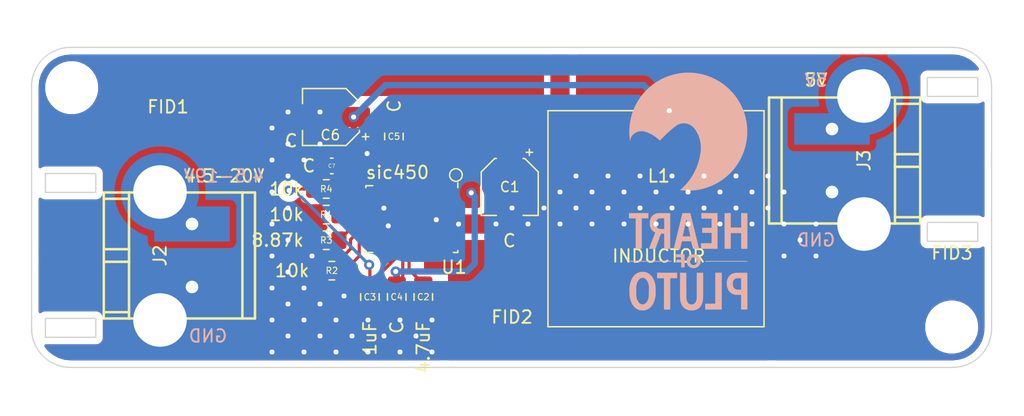
<source format=kicad_pcb>
(kicad_pcb (version 20171130) (host pcbnew "(5.1.10)-1")

  (general
    (thickness 1.6)
    (drawings 24)
    (tracks 171)
    (zones 0)
    (modules 23)
    (nets 21)
  )

  (page A4)
  (layers
    (0 F.Cu signal)
    (31 B.Cu signal)
    (32 B.Adhes user)
    (33 F.Adhes user)
    (34 B.Paste user)
    (35 F.Paste user)
    (36 B.SilkS user)
    (37 F.SilkS user)
    (38 B.Mask user)
    (39 F.Mask user)
    (40 Dwgs.User user)
    (41 Cmts.User user)
    (42 Eco1.User user)
    (43 Eco2.User user)
    (44 Edge.Cuts user)
    (45 Margin user)
    (46 B.CrtYd user)
    (47 F.CrtYd user)
    (48 B.Fab user)
    (49 F.Fab user)
  )

  (setup
    (last_trace_width 0.25)
    (user_trace_width 0.5)
    (user_trace_width 0.75)
    (user_trace_width 1)
    (trace_clearance 0.2)
    (zone_clearance 0.508)
    (zone_45_only no)
    (trace_min 0.2)
    (via_size 0.8)
    (via_drill 0.4)
    (via_min_size 0.4)
    (via_min_drill 0.3)
    (uvia_size 0.3)
    (uvia_drill 0.1)
    (uvias_allowed no)
    (uvia_min_size 0.2)
    (uvia_min_drill 0.1)
    (edge_width 0.05)
    (segment_width 0.2)
    (pcb_text_width 0.3)
    (pcb_text_size 1.5 1.5)
    (mod_edge_width 0.12)
    (mod_text_size 1 1)
    (mod_text_width 0.15)
    (pad_size 2.8 6)
    (pad_drill 1)
    (pad_to_mask_clearance 0)
    (aux_axis_origin 0 0)
    (visible_elements 7FFFFFFF)
    (pcbplotparams
      (layerselection 0x010fc_ffffffff)
      (usegerberextensions false)
      (usegerberattributes true)
      (usegerberadvancedattributes true)
      (creategerberjobfile true)
      (excludeedgelayer true)
      (linewidth 0.100000)
      (plotframeref false)
      (viasonmask false)
      (mode 1)
      (useauxorigin false)
      (hpglpennumber 1)
      (hpglpenspeed 20)
      (hpglpendiameter 15.000000)
      (psnegative false)
      (psa4output false)
      (plotreference true)
      (plotvalue true)
      (plotinvisibletext false)
      (padsonsilk false)
      (subtractmaskfromsilk false)
      (outputformat 1)
      (mirror false)
      (drillshape 0)
      (scaleselection 1)
      (outputdirectory "gerber"))
  )

  (net 0 "")
  (net 1 "Net-(C5-Pad2)")
  (net 2 "Net-(U1-Pad5)")
  (net 3 "Net-(C5-Pad1)")
  (net 4 "Net-(U1-Pad8)")
  (net 5 "Net-(U1-Pad9)")
  (net 6 "Net-(U1-Pad10)")
  (net 7 GND)
  (net 8 /VOUT)
  (net 9 /Pgood)
  (net 10 "Net-(R1-Pad1)")
  (net 11 "Net-(R3-Pad1)")
  (net 12 "Net-(R2-Pad1)")
  (net 13 "Net-(U1-Pad18)")
  (net 14 "Net-(U1-Pad19)")
  (net 15 "Net-(U1-Pad20)")
  (net 16 /ENABLE)
  (net 17 /VIN)
  (net 18 "Net-(C2-Pad1)")
  (net 19 "Net-(U1-Pad25)")
  (net 20 /VHIGH)

  (net_class Default "This is the default net class."
    (clearance 0.2)
    (trace_width 0.25)
    (via_dia 0.8)
    (via_drill 0.4)
    (uvia_dia 0.3)
    (uvia_drill 0.1)
    (add_net /ENABLE)
    (add_net /Pgood)
    (add_net /VHIGH)
    (add_net /VIN)
    (add_net /VOUT)
    (add_net GND)
    (add_net "Net-(C2-Pad1)")
    (add_net "Net-(C5-Pad1)")
    (add_net "Net-(C5-Pad2)")
    (add_net "Net-(R1-Pad1)")
    (add_net "Net-(R2-Pad1)")
    (add_net "Net-(R3-Pad1)")
    (add_net "Net-(U1-Pad10)")
    (add_net "Net-(U1-Pad18)")
    (add_net "Net-(U1-Pad19)")
    (add_net "Net-(U1-Pad20)")
    (add_net "Net-(U1-Pad25)")
    (add_net "Net-(U1-Pad5)")
    (add_net "Net-(U1-Pad8)")
    (add_net "Net-(U1-Pad9)")
  )

  (module Resistor_SMD:R_0805_2012Metric_Pad1.20x1.40mm_HandSolder (layer F.Cu) (tedit 5F68FEEE) (tstamp 60F98DA7)
    (at 127.5 61.99 180)
    (descr "Resistor SMD 0805 (2012 Metric), square (rectangular) end terminal, IPC_7351 nominal with elongated pad for handsoldering. (Body size source: IPC-SM-782 page 72, https://www.pcb-3d.com/wordpress/wp-content/uploads/ipc-sm-782a_amendment_1_and_2.pdf), generated with kicad-footprint-generator")
    (tags "resistor handsolder")
    (path /60FBACA8)
    (attr smd)
    (fp_text reference R4 (at 0 -1.65) (layer F.SilkS) hide
      (effects (font (size 1 1) (thickness 0.15)))
    )
    (fp_text value 10k (at 1.702 0) (layer F.SilkS)
      (effects (font (size 1 1) (thickness 0.15)) (justify right))
    )
    (fp_line (start 1.85 0.95) (end -1.85 0.95) (layer F.CrtYd) (width 0.05))
    (fp_line (start 1.85 -0.95) (end 1.85 0.95) (layer F.CrtYd) (width 0.05))
    (fp_line (start -1.85 -0.95) (end 1.85 -0.95) (layer F.CrtYd) (width 0.05))
    (fp_line (start -1.85 0.95) (end -1.85 -0.95) (layer F.CrtYd) (width 0.05))
    (fp_line (start -0.227064 0.735) (end 0.227064 0.735) (layer F.SilkS) (width 0.12))
    (fp_line (start -0.227064 -0.735) (end 0.227064 -0.735) (layer F.SilkS) (width 0.12))
    (fp_line (start 1 0.625) (end -1 0.625) (layer F.Fab) (width 0.1))
    (fp_line (start 1 -0.625) (end 1 0.625) (layer F.Fab) (width 0.1))
    (fp_line (start -1 -0.625) (end 1 -0.625) (layer F.Fab) (width 0.1))
    (fp_line (start -1 0.625) (end -1 -0.625) (layer F.Fab) (width 0.1))
    (fp_text user %R (at 0 0) (layer F.SilkS)
      (effects (font (size 0.5 0.5) (thickness 0.08)))
    )
    (pad 2 smd roundrect (at 1 0 180) (size 1.2 1.4) (layers F.Cu F.Paste F.Mask) (roundrect_rratio 0.208333)
      (net 16 /ENABLE))
    (pad 1 smd roundrect (at -1 0 180) (size 1.2 1.4) (layers F.Cu F.Paste F.Mask) (roundrect_rratio 0.208333)
      (net 9 /Pgood))
    (model ${KISYS3DMOD}/Resistor_SMD.3dshapes/R_0805_2012Metric.wrl
      (at (xyz 0 0 0))
      (scale (xyz 1 1 1))
      (rotate (xyz 0 0 0))
    )
  )

  (module libs:Solder-Nut.2x1 (layer F.Cu) (tedit 60F57732) (tstamp 60F7210D)
    (at 114.3 67.31 270)
    (path /60F6CDFC)
    (fp_text reference J4 (at 0 0 90) (layer F.SilkS) hide
      (effects (font (size 1 1) (thickness 0.15)))
    )
    (fp_text value 4.5-20V (at 0 -1.27 90) (layer F.Fab) hide
      (effects (font (size 1 1) (thickness 0.15)))
    )
    (pad 2 thru_hole circle (at 5.08 0 270) (size 6.2 6.2) (drill 4.25) (layers *.Cu *.Mask)
      (net 7 GND))
    (pad 1 thru_hole circle (at -5.08 0 270) (size 6.2 6.2) (drill 4.25) (layers *.Cu *.Mask)
      (net 17 /VIN))
  )

  (module libs:Solder-Nut.2x1 (layer F.Cu) (tedit 60F57732) (tstamp 60F72113)
    (at 170.18 59.69 90)
    (path /60F6D031)
    (fp_text reference J5 (at 0 1.27 90) (layer F.SilkS) hide
      (effects (font (size 1 1) (thickness 0.15)))
    )
    (fp_text value 5V (at 0 -1.27 90) (layer F.Fab) hide
      (effects (font (size 1 1) (thickness 0.15)))
    )
    (pad 2 thru_hole circle (at 5.08 0 90) (size 6.2 6.2) (drill 4.25) (layers *.Cu *.Mask)
      (net 8 /VOUT))
    (pad 1 thru_hole circle (at -5.08 0 90) (size 6.2 6.2) (drill 4.25) (layers *.Cu *.Mask)
      (net 7 GND))
  )

  (module libs:HoP_logo (layer B.Cu) (tedit 5FA6A457) (tstamp 60DF4019)
    (at 156.21 62.23 180)
    (path /60E15611)
    (fp_text reference H3 (at 0 0) (layer B.SilkS) hide
      (effects (font (size 1.524 1.524) (thickness 0.3)) (justify mirror))
    )
    (fp_text value "HoP Graphic" (at 0.75 0) (layer B.SilkS) hide
      (effects (font (size 1.524 1.524) (thickness 0.3)) (justify mirror))
    )
    (fp_poly (pts (xy 0.399641 -6.41501) (xy 0.631825 -6.416675) (xy 0.631825 -7.432675) (xy 0.631829 -7.568583)
      (xy 0.631829 -7.692441) (xy 0.631807 -7.804898) (xy 0.631743 -7.906605) (xy 0.63162 -7.998211)
      (xy 0.631419 -8.080366) (xy 0.631121 -8.153719) (xy 0.630708 -8.21892) (xy 0.630162 -8.276619)
      (xy 0.629463 -8.327467) (xy 0.628593 -8.372111) (xy 0.627534 -8.411203) (xy 0.626267 -8.445392)
      (xy 0.624773 -8.475328) (xy 0.623035 -8.501661) (xy 0.621033 -8.525039) (xy 0.618749 -8.546114)
      (xy 0.616164 -8.565535) (xy 0.61326 -8.583951) (xy 0.610019 -8.602012) (xy 0.606422 -8.620368)
      (xy 0.60245 -8.63967) (xy 0.598084 -8.660565) (xy 0.59659 -8.66775) (xy 0.567833 -8.780804)
      (xy 0.530389 -8.885091) (xy 0.484459 -8.980402) (xy 0.430242 -9.066527) (xy 0.36794 -9.143258)
      (xy 0.297753 -9.210387) (xy 0.219881 -9.267704) (xy 0.134524 -9.315001) (xy 0.041882 -9.352069)
      (xy -0.057843 -9.378699) (xy -0.092075 -9.385128) (xy -0.142487 -9.391972) (xy -0.200124 -9.397041)
      (xy -0.26064 -9.400149) (xy -0.319686 -9.401112) (xy -0.372914 -9.399746) (xy -0.396875 -9.398052)
      (xy -0.505146 -9.382602) (xy -0.606151 -9.356775) (xy -0.699739 -9.320715) (xy -0.785757 -9.274564)
      (xy -0.864054 -9.218468) (xy -0.934477 -9.15257) (xy -0.996874 -9.077013) (xy -1.051094 -8.991942)
      (xy -1.096984 -8.8975) (xy -1.134391 -8.79383) (xy -1.163165 -8.681077) (xy -1.165053 -8.671852)
      (xy -1.16905 -8.65208) (xy -1.17269 -8.63393) (xy -1.175989 -8.616751) (xy -1.178967 -8.599896)
      (xy -1.181641 -8.582714) (xy -1.18403 -8.564555) (xy -1.18615 -8.54477) (xy -1.18802 -8.52271)
      (xy -1.189659 -8.497724) (xy -1.191084 -8.469164) (xy -1.192313 -8.436379) (xy -1.193365 -8.398721)
      (xy -1.194256 -8.355539) (xy -1.195006 -8.306183) (xy -1.195632 -8.250005) (xy -1.196152 -8.186355)
      (xy -1.196585 -8.114583) (xy -1.196948 -8.03404) (xy -1.197259 -7.944075) (xy -1.197536 -7.84404)
      (xy -1.197798 -7.733285) (xy -1.198062 -7.61116) (xy -1.198346 -7.477015) (xy -1.19836 -7.470299)
      (xy -1.200552 -6.447473) (xy -1.18713 -6.430409) (xy -1.173708 -6.413346) (xy -0.937692 -6.41501)
      (xy -0.701675 -6.416675) (xy -0.698278 -7.426325) (xy -0.69782 -7.559955) (xy -0.697381 -7.681499)
      (xy -0.696953 -7.791571) (xy -0.696529 -7.890785) (xy -0.696099 -7.979753) (xy -0.695655 -8.05909)
      (xy -0.69519 -8.12941) (xy -0.694695 -8.191326) (xy -0.694162 -8.245452) (xy -0.693582 -8.292402)
      (xy -0.692948 -8.33279) (xy -0.692251 -8.367229) (xy -0.691484 -8.396334) (xy -0.690637 -8.420717)
      (xy -0.689703 -8.440993) (xy -0.688673 -8.457775) (xy -0.687539 -8.471678) (xy -0.686294 -8.483315)
      (xy -0.684928 -8.493299) (xy -0.683924 -8.499475) (xy -0.671958 -8.561187) (xy -0.658572 -8.613985)
      (xy -0.642629 -8.661649) (xy -0.622988 -8.707963) (xy -0.61796 -8.71855) (xy -0.600683 -8.7519)
      (xy -0.583542 -8.778587) (xy -0.562918 -8.803672) (xy -0.540461 -8.827006) (xy -0.49584 -8.8659)
      (xy -0.449456 -8.894548) (xy -0.399048 -8.913825) (xy -0.342352 -8.924604) (xy -0.2794 -8.927766)
      (xy -0.209422 -8.922735) (xy -0.146333 -8.907811) (xy -0.089941 -8.882792) (xy -0.040051 -8.847474)
      (xy 0.00353 -8.801652) (xy 0.040997 -8.745123) (xy 0.072543 -8.677682) (xy 0.098361 -8.599127)
      (xy 0.118646 -8.509253) (xy 0.118692 -8.509) (xy 0.120165 -8.500246) (xy 0.12151 -8.49034)
      (xy 0.122734 -8.478667) (xy 0.123846 -8.464611) (xy 0.124854 -8.447556) (xy 0.125768 -8.426887)
      (xy 0.126595 -8.401987) (xy 0.127343 -8.372241) (xy 0.128021 -8.337034) (xy 0.128638 -8.295749)
      (xy 0.129202 -8.247771) (xy 0.129721 -8.192484) (xy 0.130203 -8.129273) (xy 0.130658 -8.057522)
      (xy 0.131092 -7.976615) (xy 0.131516 -7.885937) (xy 0.131936 -7.784871) (xy 0.132363 -7.672803)
      (xy 0.132803 -7.549116) (xy 0.13315 -7.447472) (xy 0.136525 -6.446269) (xy 0.151991 -6.429807)
      (xy 0.167458 -6.413345) (xy 0.399641 -6.41501)) (layer B.SilkS) (width 0.01))
    (fp_poly (pts (xy 3.658781 -6.342024) (xy 3.71406 -6.34534) (xy 3.761693 -6.351054) (xy 3.7719 -6.352847)
      (xy 3.877358 -6.379043) (xy 3.976848 -6.416352) (xy 4.070226 -6.464602) (xy 4.157346 -6.52362)
      (xy 4.238063 -6.593233) (xy 4.312232 -6.673267) (xy 4.379709 -6.763551) (xy 4.440348 -6.863911)
      (xy 4.494005 -6.974174) (xy 4.540534 -7.094167) (xy 4.579791 -7.223718) (xy 4.609479 -7.351794)
      (xy 4.618759 -7.399148) (xy 4.626507 -7.441799) (xy 4.632834 -7.481469) (xy 4.637853 -7.519879)
      (xy 4.641675 -7.55875) (xy 4.644412 -7.599803) (xy 4.646177 -7.64476) (xy 4.647081 -7.695342)
      (xy 4.647237 -7.75327) (xy 4.646757 -7.820266) (xy 4.645752 -7.89805) (xy 4.645618 -7.907065)
      (xy 4.644529 -7.976575) (xy 4.643472 -8.034922) (xy 4.642367 -8.083644) (xy 4.641136 -8.124276)
      (xy 4.639701 -8.158357) (xy 4.637983 -8.187421) (xy 4.635903 -8.213007) (xy 4.633382 -8.236651)
      (xy 4.630342 -8.259891) (xy 4.626703 -8.284262) (xy 4.626108 -8.288065) (xy 4.598701 -8.433086)
      (xy 4.563551 -8.569014) (xy 4.520766 -8.695661) (xy 4.470456 -8.812842) (xy 4.412732 -8.92037)
      (xy 4.347702 -9.018058) (xy 4.275477 -9.10572) (xy 4.196166 -9.183169) (xy 4.109878 -9.250219)
      (xy 4.032095 -9.298363) (xy 3.955785 -9.334431) (xy 3.871326 -9.363324) (xy 3.781382 -9.384528)
      (xy 3.688618 -9.397528) (xy 3.595699 -9.401806) (xy 3.51679 -9.398033) (xy 3.411686 -9.382375)
      (xy 3.31289 -9.355898) (xy 3.21972 -9.318286) (xy 3.131496 -9.269224) (xy 3.047537 -9.208397)
      (xy 2.98321 -9.151273) (xy 2.909057 -9.072491) (xy 2.842269 -8.985992) (xy 2.782587 -8.891229)
      (xy 2.729753 -8.787655) (xy 2.683507 -8.674722) (xy 2.643592 -8.551884) (xy 2.609749 -8.418594)
      (xy 2.589481 -8.3185) (xy 2.586428 -8.301484) (xy 2.583834 -8.285596) (xy 2.581663 -8.26967)
      (xy 2.579875 -8.252539) (xy 2.578436 -8.233034) (xy 2.577305 -8.20999) (xy 2.576448 -8.182239)
      (xy 2.575825 -8.148615) (xy 2.575399 -8.107949) (xy 2.575134 -8.059076) (xy 2.574991 -8.000828)
      (xy 2.574934 -7.932038) (xy 2.574925 -7.864475) (xy 2.574947 -7.781311) (xy 2.575082 -7.709516)
      (xy 2.575434 -7.647759) (xy 2.576106 -7.594709) (xy 2.576148 -7.592945) (xy 3.096737 -7.592945)
      (xy 3.096987 -7.628765) (xy 3.09758 -7.672046) (xy 3.098512 -7.723904) (xy 3.099776 -7.785456)
      (xy 3.101365 -7.857818) (xy 3.102645 -7.914496) (xy 3.104608 -7.999375) (xy 3.10642 -8.072715)
      (xy 3.108174 -8.135677) (xy 3.109965 -8.189418) (xy 3.111886 -8.235099) (xy 3.11403 -8.273879)
      (xy 3.116491 -8.306917) (xy 3.119362 -8.335372) (xy 3.122737 -8.360404) (xy 3.12671 -8.383172)
      (xy 3.131373 -8.404835) (xy 3.136821 -8.426552) (xy 3.143146 -8.449483) (xy 3.146836 -8.46235)
      (xy 3.176981 -8.551867) (xy 3.213171 -8.633456) (xy 3.254863 -8.706419) (xy 3.301513 -8.770058)
      (xy 3.352579 -8.823675) (xy 3.407517 -8.866572) (xy 3.465784 -8.89805) (xy 3.494225 -8.908721)
      (xy 3.535412 -8.917878) (xy 3.583763 -8.922034) (xy 3.634818 -8.9213) (xy 3.684115 -8.915785)
      (xy 3.727194 -8.905602) (xy 3.73538 -8.902751) (xy 3.794057 -8.874136) (xy 3.8493 -8.83378)
      (xy 3.900735 -8.782268) (xy 3.947984 -8.720185) (xy 3.990674 -8.648117) (xy 4.028429 -8.566649)
      (xy 4.060873 -8.476366) (xy 4.08763 -8.377853) (xy 4.095652 -8.341197) (xy 4.098361 -8.327257)
      (xy 4.100689 -8.313008) (xy 4.102679 -8.297338) (xy 4.104373 -8.279134) (xy 4.105813 -8.257284)
      (xy 4.10704 -8.230676) (xy 4.108097 -8.198196) (xy 4.109025 -8.158734) (xy 4.109867 -8.111175)
      (xy 4.110664 -8.054409) (xy 4.111459 -7.987323) (xy 4.112293 -7.908803) (xy 4.112414 -7.896926)
      (xy 4.113247 -7.814286) (xy 4.113885 -7.743105) (xy 4.114252 -7.682142) (xy 4.114272 -7.630157)
      (xy 4.113869 -7.58591) (xy 4.112966 -7.548159) (xy 4.111486 -7.515665) (xy 4.109354 -7.487186)
      (xy 4.106493 -7.461483) (xy 4.102827 -7.437315) (xy 4.098279 -7.413441) (xy 4.092773 -7.38862)
      (xy 4.086233 -7.361613) (xy 4.078582 -7.331178) (xy 4.077274 -7.326005) (xy 4.050591 -7.235781)
      (xy 4.018109 -7.15227) (xy 3.980414 -7.076225) (xy 3.93809 -7.008397) (xy 3.891721 -6.949537)
      (xy 3.841892 -6.900397) (xy 3.789186 -6.861728) (xy 3.734189 -6.834283) (xy 3.68372 -6.819892)
      (xy 3.612277 -6.812427) (xy 3.544376 -6.817152) (xy 3.48012 -6.834036) (xy 3.41961 -6.863049)
      (xy 3.362948 -6.904162) (xy 3.345518 -6.919991) (xy 3.289127 -6.982086) (xy 3.239491 -7.054239)
      (xy 3.196524 -7.136638) (xy 3.160145 -7.22947) (xy 3.130268 -7.332923) (xy 3.10681 -7.447183)
      (xy 3.105126 -7.457296) (xy 3.102799 -7.47216) (xy 3.100858 -7.486667) (xy 3.099297 -7.501935)
      (xy 3.098111 -7.51908) (xy 3.097293 -7.539219) (xy 3.096837 -7.563468) (xy 3.096737 -7.592945)
      (xy 2.576148 -7.592945) (xy 2.577202 -7.549034) (xy 2.578826 -7.509403) (xy 2.581082 -7.474486)
      (xy 2.584072 -7.442951) (xy 2.587901 -7.413468) (xy 2.592672 -7.384704) (xy 2.598488 -7.355329)
      (xy 2.605455 -7.324012) (xy 2.613674 -7.289421) (xy 2.62251 -7.253241) (xy 2.659519 -7.122278)
      (xy 2.703919 -7.000623) (xy 2.755519 -6.888488) (xy 2.814127 -6.786083) (xy 2.879553 -6.693621)
      (xy 2.951606 -6.611312) (xy 3.030093 -6.539366) (xy 3.114825 -6.477996) (xy 3.205609 -6.427411)
      (xy 3.302255 -6.387822) (xy 3.404572 -6.359442) (xy 3.438525 -6.352754) (xy 3.485728 -6.34647)
      (xy 3.54075 -6.342588) (xy 3.599722 -6.341106) (xy 3.658781 -6.342024)) (layer B.SilkS) (width 0.01))
    (fp_poly (pts (xy -4.466878 -6.414246) (xy -4.402473 -6.41446) (xy -4.327163 -6.41479) (xy -4.240082 -6.415219)
      (xy -4.233067 -6.415255) (xy -4.144864 -6.415715) (xy -4.068382 -6.416156) (xy -4.002641 -6.416607)
      (xy -3.946662 -6.417097) (xy -3.899466 -6.417657) (xy -3.860073 -6.418317) (xy -3.827503 -6.419105)
      (xy -3.800779 -6.420052) (xy -3.778919 -6.421188) (xy -3.760946 -6.422542) (xy -3.745879 -6.424143)
      (xy -3.732739 -6.426023) (xy -3.720548 -6.42821) (xy -3.708325 -6.430734) (xy -3.705848 -6.43127)
      (xy -3.616217 -6.454068) (xy -3.53688 -6.481655) (xy -3.466034 -6.514946) (xy -3.401878 -6.554856)
      (xy -3.34261 -6.602302) (xy -3.311955 -6.631427) (xy -3.249678 -6.702293) (xy -3.196976 -6.780457)
      (xy -3.153549 -6.866494) (xy -3.1191 -6.96098) (xy -3.097449 -7.044664) (xy -3.091537 -7.080982)
      (xy -3.087026 -7.127125) (xy -3.083934 -7.180294) (xy -3.082277 -7.237692) (xy -3.082074 -7.296517)
      (xy -3.083339 -7.353972) (xy -3.086092 -7.407258) (xy -3.090348 -7.453575) (xy -3.094798 -7.483475)
      (xy -3.120151 -7.58823) (xy -3.155702 -7.686619) (xy -3.201105 -7.777955) (xy -3.256015 -7.861557)
      (xy -3.320087 -7.936738) (xy -3.327356 -7.94414) (xy -3.389398 -8.000175) (xy -3.455328 -8.046914)
      (xy -3.527254 -8.085535) (xy -3.607282 -8.117221) (xy -3.6703 -8.136187) (xy -3.743325 -8.15576)
      (xy -3.978275 -8.159342) (xy -4.213225 -8.162925) (xy -4.219575 -9.324975) (xy -4.4577 -9.326508)
      (xy -4.511679 -9.326722) (xy -4.561793 -9.326663) (xy -4.606593 -9.326353) (xy -4.644625 -9.325812)
      (xy -4.674441 -9.325063) (xy -4.694588 -9.324126) (xy -4.703616 -9.323022) (xy -4.703831 -9.322916)
      (xy -4.704744 -9.320153) (xy -4.705584 -9.3128) (xy -4.706352 -9.300435) (xy -4.707051 -9.282637)
      (xy -4.707681 -9.258982) (xy -4.708245 -9.229051) (xy -4.708744 -9.192419) (xy -4.709181 -9.148667)
      (xy -4.709557 -9.097371) (xy -4.709875 -9.038111) (xy -4.710136 -8.970463) (xy -4.710341 -8.894007)
      (xy -4.710493 -8.808319) (xy -4.710594 -8.712979) (xy -4.710646 -8.607565) (xy -4.710649 -8.491654)
      (xy -4.710607 -8.364825) (xy -4.710521 -8.226656) (xy -4.710392 -8.076724) (xy -4.710224 -7.914609)
      (xy -4.710181 -7.876758) (xy -4.71002 -7.754805) (xy -4.216485 -7.754805) (xy -4.043405 -7.751601)
      (xy -3.985697 -7.75034) (xy -3.939258 -7.748861) (xy -3.902659 -7.747071) (xy -3.87447 -7.744882)
      (xy -3.853261 -7.742201) (xy -3.837602 -7.738937) (xy -3.835688 -7.738405) (xy -3.770649 -7.71345)
      (xy -3.713312 -7.678563) (xy -3.664096 -7.634217) (xy -3.62342 -7.580882) (xy -3.5917 -7.519032)
      (xy -3.569356 -7.449138) (xy -3.566045 -7.434213) (xy -3.555959 -7.367963) (xy -3.551641 -7.297622)
      (xy -3.553011 -7.227056) (xy -3.55999 -7.16013) (xy -3.572499 -7.10071) (xy -3.572897 -7.0993)
      (xy -3.59679 -7.037666) (xy -3.631111 -6.98253) (xy -3.674879 -6.935067) (xy -3.727113 -6.896455)
      (xy -3.754639 -6.881537) (xy -3.778066 -6.870577) (xy -3.799403 -6.861861) (xy -3.82052 -6.855134)
      (xy -3.843282 -6.850141) (xy -3.86956 -6.846625) (xy -3.90122 -6.844331) (xy -3.94013 -6.843004)
      (xy -3.988158 -6.842386) (xy -4.041775 -6.842226) (xy -4.213225 -6.842125) (xy -4.216485 -7.754805)
      (xy -4.71002 -7.754805) (xy -4.709998 -7.738482) (xy -4.709773 -7.60412) (xy -4.709507 -7.47421)
      (xy -4.709205 -7.349294) (xy -4.708869 -7.229909) (xy -4.7085 -7.116596) (xy -4.708103 -7.009894)
      (xy -4.707679 -6.910342) (xy -4.707232 -6.81848) (xy -4.706764 -6.734848) (xy -4.706277 -6.659984)
      (xy -4.705775 -6.594428) (xy -4.705259 -6.53872) (xy -4.704734 -6.493398) (xy -4.704201 -6.459003)
      (xy -4.703663 -6.436074) (xy -4.703123 -6.425151) (xy -4.702967 -6.424308) (xy -4.701432 -6.422147)
      (xy -4.698507 -6.420286) (xy -4.693326 -6.418707) (xy -4.685024 -6.417393) (xy -4.672736 -6.416329)
      (xy -4.655598 -6.415498) (xy -4.632745 -6.414882) (xy -4.603311 -6.414466) (xy -4.566432 -6.414232)
      (xy -4.521242 -6.414165) (xy -4.466878 -6.414246)) (layer B.SilkS) (width 0.01))
    (fp_poly (pts (xy -2.1717 -8.8646) (xy -1.3716 -8.8646) (xy -1.3716 -9.32815) (xy -2.67335 -9.32815)
      (xy -2.67335 -6.4135) (xy -2.1717 -6.4135) (xy -2.1717 -8.8646)) (layer B.SilkS) (width 0.01))
    (fp_poly (pts (xy 2.4511 -6.83895) (xy 1.905 -6.83895) (xy 1.905 -9.32815) (xy 1.41605 -9.32815)
      (xy 1.41605 -6.83895) (xy 0.86995 -6.83895) (xy 0.86995 -6.4135) (xy 2.4511 -6.4135)
      (xy 2.4511 -6.83895)) (layer B.SilkS) (width 0.01))
    (fp_poly (pts (xy -0.328764 -4.965423) (xy -0.249686 -4.988334) (xy -0.242672 -4.991002) (xy -0.168807 -5.026071)
      (xy -0.101842 -5.070685) (xy -0.042532 -5.123706) (xy 0.008367 -5.183998) (xy 0.050101 -5.250422)
      (xy 0.081916 -5.321841) (xy 0.103056 -5.397117) (xy 0.112767 -5.475115) (xy 0.112609 -5.526433)
      (xy 0.102069 -5.606056) (xy 0.079436 -5.682752) (xy 0.045169 -5.755521) (xy -0.000273 -5.823362)
      (xy -0.04879 -5.877843) (xy -0.106587 -5.928648) (xy -0.167599 -5.968964) (xy -0.235004 -6.0007)
      (xy -0.278544 -6.016012) (xy -0.303479 -6.022725) (xy -0.334417 -6.029391) (xy -0.36792 -6.035458)
      (xy -0.400552 -6.040372) (xy -0.428873 -6.043581) (xy -0.449447 -6.04453) (xy -0.454025 -6.044245)
      (xy -0.463065 -6.043252) (xy -0.481083 -6.041308) (xy -0.504431 -6.038806) (xy -0.508 -6.038425)
      (xy -0.587658 -6.023692) (xy -0.663705 -5.997419) (xy -0.735005 -5.960525) (xy -0.800417 -5.913926)
      (xy -0.858802 -5.858541) (xy -0.909022 -5.795288) (xy -0.949937 -5.725083) (xy -0.976413 -5.661025)
      (xy -0.991616 -5.609191) (xy -1.000055 -5.560363) (xy -1.002441 -5.510067) (xy -0.733821 -5.510067)
      (xy -0.728133 -5.564192) (xy -0.715717 -5.614569) (xy -0.7043 -5.643131) (xy -0.6734 -5.69396)
      (xy -0.634102 -5.736101) (xy -0.587812 -5.768939) (xy -0.535937 -5.79186) (xy -0.479881 -5.804249)
      (xy -0.421051 -5.805491) (xy -0.360852 -5.794973) (xy -0.358478 -5.794311) (xy -0.310677 -5.774541)
      (xy -0.265771 -5.743931) (xy -0.225799 -5.704314) (xy -0.192802 -5.657522) (xy -0.180827 -5.634728)
      (xy -0.169187 -5.601885) (xy -0.160458 -5.560946) (xy -0.155128 -5.516282) (xy -0.153684 -5.472265)
      (xy -0.156612 -5.433264) (xy -0.157666 -5.42698) (xy -0.17431 -5.371043) (xy -0.201771 -5.319746)
      (xy -0.238558 -5.27465) (xy -0.283181 -5.237315) (xy -0.334147 -5.209302) (xy -0.380026 -5.194289)
      (xy -0.41872 -5.189289) (xy -0.463028 -5.189851) (xy -0.507354 -5.195562) (xy -0.546104 -5.206014)
      (xy -0.547627 -5.206589) (xy -0.597801 -5.232354) (xy -0.643194 -5.268551) (xy -0.681731 -5.313202)
      (xy -0.709819 -5.361054) (xy -0.724734 -5.404913) (xy -0.732712 -5.455779) (xy -0.733821 -5.510067)
      (xy -1.002441 -5.510067) (xy -1.0025 -5.508832) (xy -1.001449 -5.474988) (xy -0.991033 -5.392229)
      (xy -0.96885 -5.314233) (xy -0.934882 -5.240959) (xy -0.889112 -5.172367) (xy -0.848616 -5.125624)
      (xy -0.787273 -5.070459) (xy -0.719406 -5.025561) (xy -0.646345 -4.991225) (xy -0.56942 -4.967748)
      (xy -0.489961 -4.955425) (xy -0.409299 -4.954551) (xy -0.328764 -4.965423)) (layer B.SilkS) (width 0.01))
    (fp_poly (pts (xy 0.955675 -5.165725) (xy 0.741362 -5.167396) (xy 0.52705 -5.169068) (xy 0.52705 -5.371919)
      (xy 0.725487 -5.373597) (xy 0.923925 -5.375275) (xy 0.925747 -5.46735) (xy 0.926165 -5.501394)
      (xy 0.926065 -5.531841) (xy 0.925489 -5.555972) (xy 0.924483 -5.571072) (xy 0.924039 -5.573712)
      (xy 0.920508 -5.588) (xy 0.52705 -5.588) (xy 0.52705 -5.9817) (xy 0.403025 -5.9817)
      (xy 0.357408 -5.981486) (xy 0.323242 -5.980792) (xy 0.299283 -5.979542) (xy 0.284288 -5.977656)
      (xy 0.277014 -5.975058) (xy 0.275972 -5.973762) (xy 0.27552 -5.966311) (xy 0.275128 -5.947131)
      (xy 0.2748 -5.917192) (xy 0.274537 -5.877464) (xy 0.274343 -5.828918) (xy 0.27422 -5.772523)
      (xy 0.274171 -5.709251) (xy 0.274198 -5.640072) (xy 0.274304 -5.565956) (xy 0.274492 -5.487874)
      (xy 0.274584 -5.457825) (xy 0.276225 -4.949825) (xy 0.955675 -4.949825) (xy 0.955675 -5.165725)) (layer B.SilkS) (width 0.01))
    (fp_poly (pts (xy -1.368425 -5.521325) (xy -3.037083 -5.522924) (xy -3.211384 -5.523084) (xy -3.373417 -5.523217)
      (xy -3.523614 -5.523322) (xy -3.662408 -5.523395) (xy -3.790232 -5.523435) (xy -3.907516 -5.523441)
      (xy -4.014694 -5.52341) (xy -4.112197 -5.523341) (xy -4.200459 -5.523231) (xy -4.27991 -5.523078)
      (xy -4.350984 -5.522881) (xy -4.414112 -5.522638) (xy -4.469727 -5.522346) (xy -4.518261 -5.522005)
      (xy -4.560146 -5.521611) (xy -4.595815 -5.521163) (xy -4.6257 -5.520659) (xy -4.650232 -5.520097)
      (xy -4.669845 -5.519475) (xy -4.68497 -5.518791) (xy -4.696039 -5.518044) (xy -4.703486 -5.517231)
      (xy -4.707741 -5.51635) (xy -4.709222 -5.515448) (xy -4.711173 -5.502068) (xy -4.710615 -5.491624)
      (xy -4.708525 -5.476875) (xy -1.368425 -5.476875) (xy -1.368425 -5.521325)) (layer B.SilkS) (width 0.01))
    (fp_poly (pts (xy 4.659695 -5.497512) (xy 4.657725 -5.521325) (xy 2.990332 -5.522924) (xy 2.84565 -5.523047)
      (xy 2.704286 -5.523135) (xy 2.566766 -5.52319) (xy 2.433616 -5.523213) (xy 2.305364 -5.523204)
      (xy 2.182536 -5.523164) (xy 2.065657 -5.523094) (xy 1.955255 -5.522995) (xy 1.851855 -5.522867)
      (xy 1.755985 -5.522712) (xy 1.668171 -5.52253) (xy 1.588938 -5.522322) (xy 1.518814 -5.522089)
      (xy 1.458325 -5.521832) (xy 1.407998 -5.521551) (xy 1.368358 -5.521248) (xy 1.339932 -5.520923)
      (xy 1.323247 -5.520577) (xy 1.318695 -5.520278) (xy 1.315781 -5.511555) (xy 1.314457 -5.496121)
      (xy 1.31445 -5.494866) (xy 1.31445 -5.4737) (xy 4.661666 -5.4737) (xy 4.659695 -5.497512)) (layer B.SilkS) (width 0.01))
    (fp_poly (pts (xy -4.224304 -2.249487) (xy -4.222683 -2.8194) (xy -3.390968 -2.8194) (xy -3.389347 -2.249487)
      (xy -3.387725 -1.679575) (xy -2.905125 -1.679575) (xy -2.905125 -4.505325) (xy -3.387725 -4.505325)
      (xy -3.389344 -3.881437) (xy -3.390963 -3.25755) (xy -4.222688 -3.25755) (xy -4.224307 -3.881437)
      (xy -4.225925 -4.505325) (xy -4.465808 -4.506989) (xy -4.530047 -4.507349) (xy -4.582595 -4.507434)
      (xy -4.624457 -4.507219) (xy -4.65664 -4.506677) (xy -4.680151 -4.505781) (xy -4.695994 -4.504506)
      (xy -4.705177 -4.502824) (xy -4.708706 -4.500711) (xy -4.708736 -4.500639) (xy -4.709016 -4.493619)
      (xy -4.709275 -4.474476) (xy -4.709512 -4.443783) (xy -4.709726 -4.402117) (xy -4.709917 -4.350054)
      (xy -4.710084 -4.288168) (xy -4.710228 -4.217036) (xy -4.710346 -4.137233) (xy -4.710439 -4.049334)
      (xy -4.710505 -3.953916) (xy -4.710546 -3.851553) (xy -4.710559 -3.742822) (xy -4.710544 -3.628297)
      (xy -4.710501 -3.508555) (xy -4.710429 -3.384171) (xy -4.710327 -3.25572) (xy -4.710196 -3.123778)
      (xy -4.710153 -3.0861) (xy -4.708525 -1.679575) (xy -4.225925 -1.679575) (xy -4.224304 -2.249487)) (layer B.SilkS) (width 0.01))
    (fp_poly (pts (xy -1.068303 -1.890681) (xy -1.069975 -2.105025) (xy -1.471613 -2.106659) (xy -1.87325 -2.108294)
      (xy -1.87325 -2.844698) (xy -1.500188 -2.846336) (xy -1.127125 -2.847975) (xy -1.127125 -3.241675)
      (xy -1.500188 -3.243313) (xy -1.87325 -3.244951) (xy -1.87325 -4.070259) (xy -1.452563 -4.071892)
      (xy -1.031875 -4.073525) (xy -1.031875 -4.505325) (xy -1.684526 -4.506942) (xy -1.793784 -4.507184)
      (xy -1.89096 -4.507335) (xy -1.976674 -4.507389) (xy -2.051544 -4.507339) (xy -2.116189 -4.507179)
      (xy -2.171226 -4.506904) (xy -2.217275 -4.506507) (xy -2.254954 -4.505983) (xy -2.284881 -4.505326)
      (xy -2.307676 -4.504529) (xy -2.323956 -4.503587) (xy -2.334341 -4.502493) (xy -2.339448 -4.501242)
      (xy -2.340204 -4.500592) (xy -2.340482 -4.493577) (xy -2.340739 -4.474438) (xy -2.340975 -4.44375)
      (xy -2.341187 -4.402088) (xy -2.341377 -4.350029) (xy -2.341543 -4.288147) (xy -2.341685 -4.217019)
      (xy -2.341802 -4.13722) (xy -2.341894 -4.049325) (xy -2.341959 -3.95391) (xy -2.341999 -3.85155)
      (xy -2.342011 -3.742821) (xy -2.341995 -3.628299) (xy -2.341952 -3.508559) (xy -2.341879 -3.384177)
      (xy -2.341777 -3.255727) (xy -2.341646 -3.123787) (xy -2.341603 -3.0861) (xy -2.339975 -1.679575)
      (xy -1.703303 -1.677956) (xy -1.066631 -1.676338) (xy -1.068303 -1.890681)) (layer B.SilkS) (width 0.01))
    (fp_poly (pts (xy 0.440591 -1.679575) (xy 0.784937 -3.089116) (xy 0.816926 -3.220134) (xy 0.848086 -3.347903)
      (xy 0.878284 -3.471875) (xy 0.907388 -3.5915) (xy 0.935265 -3.70623) (xy 0.961784 -3.815516)
      (xy 0.986811 -3.918809) (xy 1.010215 -4.015561) (xy 1.031863 -4.105222) (xy 1.051622 -4.187245)
      (xy 1.06936 -4.261079) (xy 1.084945 -4.326178) (xy 1.098244 -4.381991) (xy 1.109125 -4.42797)
      (xy 1.117455 -4.463566) (xy 1.123102 -4.488231) (xy 1.125934 -4.501415) (xy 1.126241 -4.503578)
      (xy 1.119429 -4.504668) (xy 1.101302 -4.505673) (xy 1.073246 -4.506568) (xy 1.036647 -4.507324)
      (xy 0.992889 -4.507915) (xy 0.943358 -4.508314) (xy 0.88944 -4.508492) (xy 0.876148 -4.5085)
      (xy 0.813417 -4.508466) (xy 0.762194 -4.508331) (xy 0.721286 -4.508043) (xy 0.689501 -4.507547)
      (xy 0.665647 -4.506793) (xy 0.648532 -4.505728) (xy 0.636963 -4.504298) (xy 0.629748 -4.502453)
      (xy 0.625696 -4.500138) (xy 0.623653 -4.497387) (xy 0.621152 -4.489083) (xy 0.616132 -4.469678)
      (xy 0.608901 -4.440451) (xy 0.599766 -4.402684) (xy 0.589036 -4.357655) (xy 0.577016 -4.306647)
      (xy 0.564015 -4.250938) (xy 0.551992 -4.198983) (xy 0.485775 -3.911692) (xy 0.117217 -3.911646)
      (xy -0.25134 -3.9116) (xy -0.320104 -4.198937) (xy -0.334227 -4.257677) (xy -0.347621 -4.312852)
      (xy -0.359966 -4.363186) (xy -0.370944 -4.407403) (xy -0.380235 -4.444226) (xy -0.38752 -4.472379)
      (xy -0.392482 -4.490585) (xy -0.394682 -4.497387) (xy -0.396942 -4.500257) (xy -0.401225 -4.502589)
      (xy -0.408752 -4.504436) (xy -0.420738 -4.505856) (xy -0.438402 -4.506904) (xy -0.462961 -4.507634)
      (xy -0.495634 -4.508104) (xy -0.537637 -4.508367) (xy -0.590189 -4.50848) (xy -0.638399 -4.5085)
      (xy -0.69982 -4.508464) (xy -0.749724 -4.50832) (xy -0.789293 -4.508016) (xy -0.819711 -4.507498)
      (xy -0.842159 -4.506713) (xy -0.857821 -4.505607) (xy -0.867879 -4.504127) (xy -0.873516 -4.502221)
      (xy -0.875915 -4.499834) (xy -0.8763 -4.497788) (xy -0.874798 -4.49107) (xy -0.870399 -4.472697)
      (xy -0.863272 -4.443338) (xy -0.853581 -4.403665) (xy -0.841492 -4.354348) (xy -0.827173 -4.296056)
      (xy -0.810787 -4.229461) (xy -0.792503 -4.155232) (xy -0.772485 -4.07404) (xy -0.750899 -3.986556)
      (xy -0.727912 -3.893448) (xy -0.70369 -3.795389) (xy -0.678398 -3.693047) (xy -0.652202 -3.587094)
      (xy -0.636659 -3.52425) (xy -0.189477 -3.52425) (xy 0.114811 -3.52425) (xy 0.187731 -3.524184)
      (xy 0.248829 -3.523971) (xy 0.29898 -3.523589) (xy 0.339062 -3.523014) (xy 0.369952 -3.522224)
      (xy 0.392526 -3.521196) (xy 0.40766 -3.519906) (xy 0.416233 -3.518333) (xy 0.419119 -3.516453)
      (xy 0.419131 -3.516312) (xy 0.417838 -3.508966) (xy 0.414086 -3.490236) (xy 0.408081 -3.461088)
      (xy 0.40003 -3.422487) (xy 0.39014 -3.375397) (xy 0.378616 -3.320783) (xy 0.365667 -3.259612)
      (xy 0.351497 -3.192847) (xy 0.336314 -3.121453) (xy 0.320324 -3.046396) (xy 0.303735 -2.96864)
      (xy 0.286751 -2.889152) (xy 0.26958 -2.808894) (xy 0.252429 -2.728833) (xy 0.235504 -2.649934)
      (xy 0.219011 -2.573161) (xy 0.203157 -2.499479) (xy 0.188149 -2.429854) (xy 0.174193 -2.365251)
      (xy 0.161496 -2.306634) (xy 0.150264 -2.254968) (xy 0.140704 -2.211219) (xy 0.133022 -2.176352)
      (xy 0.127425 -2.15133) (xy 0.124119 -2.13712) (xy 0.123289 -2.134129) (xy 0.118237 -2.134129)
      (xy 0.116584 -2.14056) (xy 0.112401 -2.158598) (xy 0.105866 -2.18744) (xy 0.097156 -2.226286)
      (xy 0.08645 -2.274334) (xy 0.073924 -2.330782) (xy 0.059756 -2.394828) (xy 0.044124 -2.46567)
      (xy 0.027204 -2.542508) (xy 0.009176 -2.62454) (xy -0.009784 -2.710964) (xy -0.029498 -2.800977)
      (xy -0.031444 -2.809875) (xy -0.051307 -2.900619) (xy -0.070478 -2.988141) (xy -0.088777 -3.071609)
      (xy -0.106021 -3.150193) (xy -0.122026 -3.223063) (xy -0.13661 -3.289389) (xy -0.149591 -3.34834)
      (xy -0.160785 -3.399086) (xy -0.17001 -3.440797) (xy -0.177084 -3.472642) (xy -0.181823 -3.493792)
      (xy -0.184045 -3.503415) (xy -0.184095 -3.503612) (xy -0.189477 -3.52425) (xy -0.636659 -3.52425)
      (xy -0.625269 -3.478199) (xy -0.597764 -3.367033) (xy -0.569854 -3.254266) (xy -0.541704 -3.140569)
      (xy -0.51348 -3.026612) (xy -0.485349 -2.913065) (xy -0.457476 -2.800598) (xy -0.430027 -2.689881)
      (xy -0.403169 -2.581586) (xy -0.377067 -2.476382) (xy -0.351887 -2.374939) (xy -0.327795 -2.277929)
      (xy -0.304958 -2.18602) (xy -0.283541 -2.099884) (xy -0.26371 -2.02019) (xy -0.245631 -1.94761)
      (xy -0.22947 -1.882813) (xy -0.215393 -1.826469) (xy -0.203566 -1.779249) (xy -0.194156 -1.741824)
      (xy -0.187327 -1.714863) (xy -0.18354 -1.700152) (xy -0.177279 -1.676279) (xy 0.440591 -1.679575)) (layer B.SilkS) (width 0.01))
    (fp_poly (pts (xy 1.969633 -1.676451) (xy 2.047856 -1.676617) (xy 2.115335 -1.676916) (xy 2.173048 -1.677366)
      (xy 2.221972 -1.677987) (xy 2.263085 -1.678796) (xy 2.297365 -1.679812) (xy 2.32579 -1.681054)
      (xy 2.349337 -1.682539) (xy 2.368985 -1.684286) (xy 2.382512 -1.68588) (xy 2.482303 -1.703658)
      (xy 2.572676 -1.729514) (xy 2.654238 -1.763726) (xy 2.727596 -1.806575) (xy 2.793355 -1.85834)
      (xy 2.826087 -1.890274) (xy 2.883386 -1.958488) (xy 2.930984 -2.032914) (xy 2.969068 -2.114094)
      (xy 2.997826 -2.202574) (xy 3.017446 -2.298898) (xy 3.028114 -2.40361) (xy 3.030357 -2.48285)
      (xy 3.028775 -2.55619) (xy 3.023514 -2.620913) (xy 3.01404 -2.680707) (xy 2.99982 -2.739259)
      (xy 2.987535 -2.779141) (xy 2.957882 -2.857856) (xy 2.923854 -2.926761) (xy 2.883982 -2.988411)
      (xy 2.836798 -3.045359) (xy 2.830791 -3.05177) (xy 2.772281 -3.107355) (xy 2.713441 -3.150847)
      (xy 2.653426 -3.182844) (xy 2.634234 -3.190603) (xy 2.61566 -3.199576) (xy 2.603783 -3.209254)
      (xy 2.60165 -3.213136) (xy 2.603505 -3.2205) (xy 2.609698 -3.238899) (xy 2.619933 -3.267544)
      (xy 2.633912 -3.305649) (xy 2.651336 -3.352424) (xy 2.671908 -3.407082) (xy 2.69533 -3.468834)
      (xy 2.721304 -3.536892) (xy 2.749533 -3.610469) (xy 2.779719 -3.688775) (xy 2.811564 -3.771022)
      (xy 2.842391 -3.850318) (xy 2.875578 -3.935617) (xy 2.907462 -4.017758) (xy 2.937738 -4.095947)
      (xy 2.966103 -4.16939) (xy 2.992251 -4.237293) (xy 3.01588 -4.298863) (xy 3.036685 -4.353305)
      (xy 3.054361 -4.399825) (xy 3.068606 -4.43763) (xy 3.079113 -4.465925) (xy 3.08558 -4.483917)
      (xy 3.0877 -4.490688) (xy 3.089275 -4.505325) (xy 2.842018 -4.506988) (xy 2.776865 -4.507268)
      (xy 2.7201 -4.507189) (xy 2.672487 -4.506764) (xy 2.634793 -4.506007) (xy 2.607782 -4.50493)
      (xy 2.592219 -4.503548) (xy 2.588633 -4.502523) (xy 2.585646 -4.495816) (xy 2.57863 -4.477982)
      (xy 2.567885 -4.44983) (xy 2.553712 -4.412173) (xy 2.536411 -4.365821) (xy 2.516284 -4.311586)
      (xy 2.493631 -4.250278) (xy 2.468752 -4.182709) (xy 2.441948 -4.10969) (xy 2.413519 -4.032032)
      (xy 2.383767 -3.950546) (xy 2.365634 -3.900785) (xy 2.148764 -3.305175) (xy 2.020532 -3.303456)
      (xy 1.981618 -3.303016) (xy 1.947306 -3.302785) (xy 1.919515 -3.302763) (xy 1.900168 -3.302949)
      (xy 1.891185 -3.303343) (xy 1.890793 -3.303456) (xy 1.890543 -3.30991) (xy 1.890238 -3.328187)
      (xy 1.889885 -3.357408) (xy 1.889492 -3.396695) (xy 1.889064 -3.445171) (xy 1.888609 -3.501957)
      (xy 1.888133 -3.566176) (xy 1.887645 -3.636949) (xy 1.88715 -3.7134) (xy 1.886656 -3.79465)
      (xy 1.88617 -3.879821) (xy 1.88603 -3.90525) (xy 1.882775 -4.505325) (xy 1.653723 -4.50699)
      (xy 1.600991 -4.507257) (xy 1.552304 -4.50728) (xy 1.509113 -4.507075) (xy 1.47287 -4.506659)
      (xy 1.445024 -4.506048) (xy 1.427028 -4.505258) (xy 1.420361 -4.504344) (xy 1.419954 -4.497678)
      (xy 1.419557 -4.478886) (xy 1.419173 -4.448541) (xy 1.418802 -4.407218) (xy 1.418447 -4.355489)
      (xy 1.41811 -4.293929) (xy 1.417792 -4.223112) (xy 1.417495 -4.143611) (xy 1.41722 -4.055999)
      (xy 1.41697 -3.960852) (xy 1.416746 -3.858742) (xy 1.41655 -3.750243) (xy 1.416384 -3.635929)
      (xy 1.416249 -3.516374) (xy 1.416147 -3.392151) (xy 1.416081 -3.263835) (xy 1.416051 -3.131998)
      (xy 1.41605 -3.094409) (xy 1.41605 -2.550456) (xy 1.88595 -2.550456) (xy 1.88595 -2.94005)
      (xy 2.055812 -2.939956) (xy 2.113346 -2.939725) (xy 2.159743 -2.939056) (xy 2.196558 -2.937878)
      (xy 2.225348 -2.936118) (xy 2.247671 -2.933705) (xy 2.265082 -2.930568) (xy 2.266295 -2.930287)
      (xy 2.323747 -2.910814) (xy 2.378335 -2.88101) (xy 2.427734 -2.842706) (xy 2.469619 -2.797732)
      (xy 2.501663 -2.747918) (xy 2.504014 -2.7432) (xy 2.520012 -2.70821) (xy 2.531839 -2.676397)
      (xy 2.540079 -2.644725) (xy 2.545316 -2.610158) (xy 2.548131 -2.569659) (xy 2.549109 -2.520191)
      (xy 2.549135 -2.50825) (xy 2.548466 -2.456378) (xy 2.546074 -2.414139) (xy 2.54138 -2.378517)
      (xy 2.533806 -2.346495) (xy 2.522773 -2.315057) (xy 2.507704 -2.281189) (xy 2.504209 -2.273969)
      (xy 2.474983 -2.226317) (xy 2.437112 -2.183176) (xy 2.393583 -2.147587) (xy 2.36198 -2.129108)
      (xy 2.33764 -2.117552) (xy 2.315588 -2.108313) (xy 2.293942 -2.101104) (xy 2.270822 -2.095636)
      (xy 2.244346 -2.091624) (xy 2.21263 -2.088778) (xy 2.173795 -2.086811) (xy 2.125958 -2.085436)
      (xy 2.069478 -2.0844) (xy 1.894231 -2.081633) (xy 1.89009 -2.121248) (xy 1.889348 -2.134656)
      (xy 1.888649 -2.159527) (xy 1.888004 -2.194623) (xy 1.887426 -2.238707) (xy 1.886926 -2.290541)
      (xy 1.886516 -2.348888) (xy 1.886209 -2.412511) (xy 1.886016 -2.480171) (xy 1.88595 -2.550456)
      (xy 1.41605 -2.550456) (xy 1.41605 -1.688785) (xy 1.432338 -1.682592) (xy 1.442006 -1.681347)
      (xy 1.463746 -1.680222) (xy 1.496928 -1.679223) (xy 1.540923 -1.678362) (xy 1.595105 -1.677645)
      (xy 1.658843 -1.677083) (xy 1.73151 -1.676682) (xy 1.812477 -1.676454) (xy 1.879688 -1.6764)
      (xy 1.969633 -1.676451)) (layer B.SilkS) (width 0.01))
    (fp_poly (pts (xy 3.913187 -1.677962) (xy 4.683125 -1.679575) (xy 4.683125 -2.085975) (xy 4.418028 -2.087632)
      (xy 4.152932 -2.089289) (xy 4.151328 -3.297307) (xy 4.149725 -4.505325) (xy 3.914321 -4.506988)
      (xy 3.860845 -4.507253) (xy 3.811399 -4.50728) (xy 3.767414 -4.507085) (xy 3.73032 -4.506684)
      (xy 3.701549 -4.506093) (xy 3.682529 -4.505327) (xy 3.674693 -4.504403) (xy 3.674609 -4.504342)
      (xy 3.67417 -4.497651) (xy 3.673743 -4.47888) (xy 3.673331 -4.448649) (xy 3.672936 -4.407578)
      (xy 3.672559 -4.356287) (xy 3.672204 -4.295395) (xy 3.671872 -4.225524) (xy 3.671566 -4.147292)
      (xy 3.671287 -4.06132) (xy 3.671038 -3.968228) (xy 3.670822 -3.868636) (xy 3.67064 -3.763163)
      (xy 3.670494 -3.65243) (xy 3.670388 -3.537057) (xy 3.670322 -3.417663) (xy 3.6703 -3.294869)
      (xy 3.6703 -2.08915) (xy 3.14325 -2.08915) (xy 3.14325 -1.676349) (xy 3.913187 -1.677962)) (layer B.SilkS) (width 0.01))
    (fp_poly (pts (xy 0.145336 9.468349) (xy 0.379018 9.453493) (xy 0.61287 9.426802) (xy 0.845889 9.388427)
      (xy 1.077072 9.338523) (xy 1.305414 9.277242) (xy 1.529913 9.204737) (xy 1.64465 9.162707)
      (xy 1.870268 9.07007) (xy 2.088648 8.967073) (xy 2.299986 8.853587) (xy 2.50448 8.729485)
      (xy 2.702327 8.594636) (xy 2.893725 8.448913) (xy 3.07887 8.292186) (xy 3.25796 8.124326)
      (xy 3.302952 8.079453) (xy 3.396968 7.982342) (xy 3.48306 7.888631) (xy 3.564091 7.795019)
      (xy 3.642924 7.698202) (xy 3.718401 7.600232) (xy 3.858062 7.404025) (xy 3.986993 7.2013)
      (xy 4.105042 6.992563) (xy 4.21206 6.778322) (xy 4.307896 6.559084) (xy 4.392399 6.335354)
      (xy 4.46542 6.10764) (xy 4.526807 5.876448) (xy 4.57641 5.642286) (xy 4.614079 5.405661)
      (xy 4.639664 5.167078) (xy 4.653013 4.927045) (xy 4.653976 4.686068) (xy 4.644859 4.479598)
      (xy 4.637867 4.392017) (xy 4.628901 4.312348) (xy 4.617407 4.23588) (xy 4.613448 4.213225)
      (xy 4.606485 4.173792) (xy 4.600238 4.136986) (xy 4.595106 4.10528) (xy 4.591491 4.081148)
      (xy 4.589801 4.067175) (xy 4.588402 4.060124) (xy 4.586191 4.065434) (xy 4.583143 4.083213)
      (xy 4.579679 4.109828) (xy 4.563775 4.201678) (xy 4.538651 4.286389) (xy 4.50342 4.366407)
      (xy 4.459527 4.440682) (xy 4.436983 4.470848) (xy 4.406747 4.505942) (xy 4.371381 4.543401)
      (xy 4.333446 4.580659) (xy 4.295505 4.615151) (xy 4.260119 4.644312) (xy 4.244955 4.655549)
      (xy 4.150246 4.714997) (xy 4.051191 4.762672) (xy 3.948507 4.79845) (xy 3.842908 4.822205)
      (xy 3.735112 4.833812) (xy 3.625835 4.833146) (xy 3.515794 4.820081) (xy 3.42265 4.799259)
      (xy 3.386481 4.788325) (xy 3.341482 4.773014) (xy 3.29032 4.754345) (xy 3.235658 4.733343)
      (xy 3.180163 4.711029) (xy 3.126499 4.688424) (xy 3.081386 4.66841) (xy 2.928881 4.593096)
      (xy 2.778929 4.507996) (xy 2.633624 4.414513) (xy 2.495062 4.314044) (xy 2.365337 4.207991)
      (xy 2.288209 4.138109) (xy 2.266549 4.118496) (xy 2.247608 4.102915) (xy 2.233564 4.093062)
      (xy 2.226936 4.090484) (xy 2.22001 4.09567) (xy 2.206176 4.108754) (xy 2.186992 4.128167)
      (xy 2.164013 4.152339) (xy 2.142963 4.175125) (xy 2.111999 4.208419) (xy 2.073411 4.24888)
      (xy 2.028778 4.294927) (xy 1.979683 4.344979) (xy 1.927706 4.397455) (xy 1.874429 4.450773)
      (xy 1.821432 4.503353) (xy 1.770297 4.553612) (xy 1.722604 4.59997) (xy 1.679935 4.640845)
      (xy 1.64387 4.674656) (xy 1.639187 4.678967) (xy 1.463364 4.8357) (xy 1.278958 4.991291)
      (xy 1.089907 5.142469) (xy 0.974314 5.230879) (xy 0.929663 5.264093) (xy 0.892915 5.290549)
      (xy 0.862123 5.311512) (xy 0.835343 5.328242) (xy 0.810629 5.342002) (xy 0.786034 5.354055)
      (xy 0.780639 5.356515) (xy 0.699264 5.390193) (xy 0.621474 5.415654) (xy 0.543837 5.433618)
      (xy 0.46292 5.444806) (xy 0.37529 5.44994) (xy 0.333375 5.450468) (xy 0.288135 5.450295)
      (xy 0.252335 5.449538) (xy 0.222717 5.447921) (xy 0.196024 5.445169) (xy 0.168999 5.441008)
      (xy 0.138384 5.435161) (xy 0.128717 5.433183) (xy 0.059929 5.417392) (xy -0.001331 5.399558)
      (xy -0.060231 5.37797) (xy -0.121938 5.350919) (xy -0.127 5.348538) (xy -0.227061 5.294329)
      (xy -0.321158 5.229264) (xy -0.408313 5.154169) (xy -0.487543 5.06987) (xy -0.543788 4.99745)
      (xy -0.645601 4.844004) (xy -0.735372 4.68655) (xy -0.813161 4.524925) (xy -0.879029 4.358971)
      (xy -0.933036 4.188525) (xy -0.975244 4.013427) (xy -1.005712 3.833515) (xy -1.016397 3.743325)
      (xy -1.019899 3.697949) (xy -1.022336 3.642852) (xy -1.023727 3.580968) (xy -1.024091 3.515231)
      (xy -1.023446 3.448573) (xy -1.02181 3.383929) (xy -1.019203 3.32423) (xy -1.015643 3.272412)
      (xy -1.013251 3.248025) (xy -1.00534 3.185619) (xy -0.994698 3.113577) (xy -0.981815 3.034546)
      (xy -0.967182 2.951176) (xy -0.951291 2.866114) (xy -0.934632 2.782008) (xy -0.917695 2.701508)
      (xy -0.900973 2.62726) (xy -0.889075 2.5781) (xy -0.82516 2.349166) (xy -0.749205 2.123257)
      (xy -0.661598 1.901114) (xy -0.562725 1.68348) (xy -0.452974 1.471095) (xy -0.332733 1.2647)
      (xy -0.202387 1.065036) (xy -0.062324 0.872844) (xy 0.087068 0.688865) (xy 0.114441 0.657225)
      (xy 0.156824 0.609844) (xy 0.205563 0.557285) (xy 0.258611 0.501621) (xy 0.313916 0.444929)
      (xy 0.36943 0.389282) (xy 0.423102 0.336755) (xy 0.472883 0.289422) (xy 0.516723 0.249359)
      (xy 0.522239 0.244475) (xy 0.549907 0.219727) (xy 0.573959 0.197514) (xy 0.592866 0.179305)
      (xy 0.605102 0.166569) (xy 0.609154 0.160934) (xy 0.608639 0.158319) (xy 0.605866 0.15602)
      (xy 0.599509 0.15384) (xy 0.58824 0.151583) (xy 0.570734 0.149054) (xy 0.545664 0.146057)
      (xy 0.511704 0.142395) (xy 0.467527 0.137874) (xy 0.422275 0.13334) (xy 0.391027 0.130576)
      (xy 0.351564 0.127635) (xy 0.305801 0.124609) (xy 0.255649 0.121594) (xy 0.203023 0.118682)
      (xy 0.149835 0.115969) (xy 0.097999 0.113547) (xy 0.049429 0.11151) (xy 0.006038 0.109953)
      (xy -0.030262 0.108969) (xy -0.057556 0.108653) (xy -0.073025 0.109029) (xy -0.082998 0.109542)
      (xy -0.103564 0.110469) (xy -0.132629 0.111721) (xy -0.168097 0.113207) (xy -0.207873 0.114839)
      (xy -0.219075 0.115293) (xy -0.315016 0.12065) (xy -0.419465 0.129135) (xy -0.528737 0.140325)
      (xy -0.639146 0.153798) (xy -0.747008 0.16913) (xy -0.848637 0.185899) (xy -0.872548 0.19025)
      (xy -1.111131 0.240935) (xy -1.345548 0.303491) (xy -1.575422 0.377675) (xy -1.800377 0.463246)
      (xy -2.020039 0.559964) (xy -2.23403 0.667587) (xy -2.441975 0.785874) (xy -2.643499 0.914582)
      (xy -2.838224 1.053472) (xy -3.025776 1.202302) (xy -3.205778 1.36083) (xy -3.377855 1.528815)
      (xy -3.541631 1.706017) (xy -3.69673 1.892193) (xy -3.842775 2.087102) (xy -3.855435 2.105025)
      (xy -3.988386 2.30518) (xy -4.110808 2.51221) (xy -4.222461 2.725538) (xy -4.323101 2.944591)
      (xy -4.412486 3.168792) (xy -4.490373 3.397565) (xy -4.556521 3.630336) (xy -4.610685 3.866528)
      (xy -4.621996 3.9243) (xy -4.660733 4.162725) (xy -4.686954 4.401813) (xy -4.700776 4.641083)
      (xy -4.702312 4.880054) (xy -4.69168 5.118245) (xy -4.668995 5.355176) (xy -4.634372 5.590366)
      (xy -4.587926 5.823335) (xy -4.529775 6.053601) (xy -4.460032 6.280683) (xy -4.378813 6.504102)
      (xy -4.286235 6.723376) (xy -4.182412 6.938024) (xy -4.06746 7.147566) (xy -3.941496 7.351522)
      (xy -3.804633 7.549409) (xy -3.725191 7.654925) (xy -3.570491 7.844204) (xy -3.407384 8.024102)
      (xy -3.236224 8.194432) (xy -3.057367 8.355003) (xy -2.871169 8.505629) (xy -2.677985 8.646119)
      (xy -2.478172 8.776287) (xy -2.272084 8.895942) (xy -2.060077 9.004898) (xy -1.842507 9.102964)
      (xy -1.619729 9.189953) (xy -1.392098 9.265676) (xy -1.159971 9.329945) (xy -0.923704 9.38257)
      (xy -0.68365 9.423364) (xy -0.440167 9.452138) (xy -0.3175 9.461941) (xy -0.087171 9.471216)
      (xy 0.145336 9.468349)) (layer B.SilkS) (width 0.01))
  )

  (module MountingHole:MountingHole_3.2mm_M3 (layer F.Cu) (tedit 56D1B4CB) (tstamp 60DF2612)
    (at 177.1396 72.9488)
    (descr "Mounting Hole 3.2mm, no annular, M3")
    (tags "mounting hole 3.2mm no annular m3")
    (path /60E06302)
    (attr virtual)
    (fp_text reference H2 (at 0 -4.2) (layer F.SilkS) hide
      (effects (font (size 1 1) (thickness 0.15)))
    )
    (fp_text value MountingHole (at 0 4.2) (layer F.Fab) hide
      (effects (font (size 1 1) (thickness 0.15)))
    )
    (fp_circle (center 0 0) (end 3.45 0) (layer F.CrtYd) (width 0.05))
    (fp_circle (center 0 0) (end 3.2 0) (layer Cmts.User) (width 0.15))
    (fp_text user %R (at 0.3 0) (layer F.Fab)
      (effects (font (size 1 1) (thickness 0.15)))
    )
    (pad 1 np_thru_hole circle (at 0 0) (size 3.2 3.2) (drill 3.2) (layers *.Cu *.Mask))
  )

  (module MountingHole:MountingHole_3.2mm_M3 (layer F.Cu) (tedit 56D1B4CB) (tstamp 60DF260A)
    (at 107.2896 53.9496)
    (descr "Mounting Hole 3.2mm, no annular, M3")
    (tags "mounting hole 3.2mm no annular m3")
    (path /60E05B16)
    (attr virtual)
    (fp_text reference H1 (at 0 -4.2) (layer F.SilkS) hide
      (effects (font (size 1 1) (thickness 0.15)))
    )
    (fp_text value MountingHole (at 0 4.2) (layer F.Fab) hide
      (effects (font (size 1 1) (thickness 0.15)))
    )
    (fp_circle (center 0 0) (end 3.45 0) (layer F.CrtYd) (width 0.05))
    (fp_circle (center 0 0) (end 3.2 0) (layer Cmts.User) (width 0.15))
    (fp_text user %R (at 0.3 0) (layer F.Fab)
      (effects (font (size 1 1) (thickness 0.15)))
    )
    (pad 1 np_thru_hole circle (at 0 0) (size 3.2 3.2) (drill 3.2) (layers *.Cu *.Mask))
  )

  (module Fiducial:Fiducial_0.5mm_Mask1mm (layer F.Cu) (tedit 5C18CB26) (tstamp 60EEC737)
    (at 177.165 68.58)
    (descr "Circular Fiducial, 0.5mm bare copper, 1mm soldermask opening (Level C)")
    (tags fiducial)
    (path /60E04EC7)
    (attr smd)
    (fp_text reference FID3 (at 0 -1.5) (layer F.SilkS)
      (effects (font (size 1 1) (thickness 0.15)))
    )
    (fp_text value Fiducial (at 0 1.5) (layer F.Fab) hide
      (effects (font (size 1 1) (thickness 0.15)))
    )
    (fp_circle (center 0 0) (end 0.75 0) (layer F.CrtYd) (width 0.05))
    (fp_circle (center 0 0) (end 0.5 0) (layer F.Fab) (width 0.1))
    (fp_text user %R (at 0 0) (layer F.Fab)
      (effects (font (size 0.2 0.2) (thickness 0.04)))
    )
    (pad "" smd circle (at 0 0) (size 0.5 0.5) (layers F.Cu F.Mask)
      (solder_mask_margin 0.25) (clearance 0.25))
  )

  (module Fiducial:Fiducial_0.5mm_Mask1mm (layer F.Cu) (tedit 5C18CB26) (tstamp 60DF25FA)
    (at 142.24 73.66)
    (descr "Circular Fiducial, 0.5mm bare copper, 1mm soldermask opening (Level C)")
    (tags fiducial)
    (path /60E048E3)
    (attr smd)
    (fp_text reference FID2 (at 0 -1.5) (layer F.SilkS)
      (effects (font (size 1 1) (thickness 0.15)))
    )
    (fp_text value Fiducial (at 0 1.5) (layer F.Fab) hide
      (effects (font (size 1 1) (thickness 0.15)))
    )
    (fp_circle (center 0 0) (end 0.75 0) (layer F.CrtYd) (width 0.05))
    (fp_circle (center 0 0) (end 0.5 0) (layer F.Fab) (width 0.1))
    (fp_text user %R (at 0 0) (layer F.Fab)
      (effects (font (size 0.2 0.2) (thickness 0.04)))
    )
    (pad "" smd circle (at 0 0) (size 0.5 0.5) (layers F.Cu F.Mask)
      (solder_mask_margin 0.25) (clearance 0.25))
  )

  (module Fiducial:Fiducial_0.5mm_Mask1mm (layer F.Cu) (tedit 5C18CB26) (tstamp 60DF25F2)
    (at 114.935 53.975 180)
    (descr "Circular Fiducial, 0.5mm bare copper, 1mm soldermask opening (Level C)")
    (tags fiducial)
    (path /60E03B62)
    (attr smd)
    (fp_text reference FID1 (at 0 -1.5) (layer F.SilkS)
      (effects (font (size 1 1) (thickness 0.15)))
    )
    (fp_text value Fiducial (at 0 1.5) (layer F.Fab) hide
      (effects (font (size 1 1) (thickness 0.15)))
    )
    (fp_circle (center 0 0) (end 0.75 0) (layer F.CrtYd) (width 0.05))
    (fp_circle (center 0 0) (end 0.5 0) (layer F.Fab) (width 0.1))
    (fp_text user %R (at 0 0) (layer F.Fab)
      (effects (font (size 0.2 0.2) (thickness 0.04)))
    )
    (pad "" smd circle (at 0 0 180) (size 0.5 0.5) (layers F.Cu F.Mask)
      (solder_mask_margin 0.25) (clearance 0.25))
  )

  (module libs:MLP-34_EP_5x7_Pitch0.5mm_NonStandard (layer F.Cu) (tedit 60DE68CA) (tstamp 60B93067)
    (at 134.29 64.38 270)
    (path /60AEDD7E)
    (zone_connect 2)
    (attr smd)
    (fp_text reference U1 (at 3.82 -3.35 180) (layer F.SilkS)
      (effects (font (size 1 1) (thickness 0.15)))
    )
    (fp_text value sic450 (at -3.7 1.14 180) (layer F.SilkS)
      (effects (font (size 1 1) (thickness 0.15)))
    )
    (fp_circle (center -3.5 -3.5) (end -3.5 -4) (layer F.SilkS) (width 0.12))
    (fp_line (start -2.5 -2.5) (end -1.5 -3.5) (layer F.Fab) (width 0.12))
    (fp_line (start -3.1 4.1) (end -3.1 -4.1) (layer F.CrtYd) (width 0.05))
    (fp_line (start 3.1 4.1) (end -3.1 4.1) (layer F.CrtYd) (width 0.05))
    (fp_line (start 3.1 -4.1) (end 3.1 4.1) (layer F.CrtYd) (width 0.05))
    (fp_line (start -3.1 -4.1) (end 3.1 -4.1) (layer F.CrtYd) (width 0.05))
    (fp_line (start -2.5 -3.65) (end -2.875 -3.65) (layer F.SilkS) (width 0.12))
    (fp_line (start -2.65 3.65) (end -2.65 3.1) (layer F.SilkS) (width 0.12))
    (fp_line (start -2.5 3.65) (end -2.65 3.65) (layer F.SilkS) (width 0.12))
    (fp_line (start 2.65 3.65) (end 2.65 3.1) (layer F.SilkS) (width 0.12))
    (fp_line (start 2.5 3.65) (end 2.65 3.65) (layer F.SilkS) (width 0.12))
    (fp_line (start 2.65 -3.65) (end 2.65 -3.3) (layer F.SilkS) (width 0.12))
    (fp_line (start 2.5 -3.65) (end 2.65 -3.65) (layer F.SilkS) (width 0.12))
    (fp_line (start 2.5 -3.5) (end -2.5 -3.5) (layer F.Fab) (width 0.15))
    (fp_line (start 2.5 3.5) (end 2.5 -3.5) (layer F.Fab) (width 0.15))
    (fp_line (start -2.5 3.5) (end 2.5 3.5) (layer F.Fab) (width 0.15))
    (fp_line (start -2.5 -3.5) (end -2.5 3.5) (layer F.Fab) (width 0.15))
    (pad 32 smd roundrect (at 0.265 -2.155 270) (size 1.97 1.99) (layers F.Cu F.Paste F.Mask) (roundrect_rratio 0.025)
      (net 7 GND) (zone_connect 2))
    (pad 32 smd roundrect (at 1 -3 270) (size 0.5 1) (layers F.Cu F.Paste F.Mask) (roundrect_rratio 0.1)
      (net 7 GND) (zone_connect 2))
    (pad 33 smd roundrect (at -0.47 -3 270) (size 0.5 1) (layers F.Cu F.Paste F.Mask) (roundrect_rratio 0.1)
      (net 7 GND) (zone_connect 2))
    (pad 32 smd roundrect (at -0.305 -0.5 270) (size 0.83 5) (layers F.Cu F.Paste F.Mask) (roundrect_rratio 0.25)
      (net 7 GND) (zone_connect 2))
    (pad 32 smd roundrect (at 0 1.87 270) (size 3.5 1.78) (layers F.Cu F.Paste F.Mask) (roundrect_rratio 0.05)
      (net 7 GND) (zone_connect 0))
    (pad 34 smd rect (at -1.73 -1 270) (size 1 1) (layers F.Cu F.Paste F.Mask)
      (net 17 /VIN) (zone_connect 2))
    (pad 34 smd custom (at -1.83 -2.275 270) (size 0.4 1) (layers F.Cu F.Paste F.Mask)
      (net 17 /VIN) (zone_connect 2)
      (options (clearance convexhull) (anchor rect))
      (primitives
        (gr_arc (start -0.4 0) (end -0.4 -0.2) (angle 180) (width 0.01))
        (gr_line (start -0.4 -0.2) (end -0.4 -0.5) (width 0.01))
        (gr_line (start -0.4 -0.5) (end 0.6 -0.5) (width 0.01))
        (gr_line (start 0.6 -0.5) (end 0.6 0.5) (width 0.01))
        (gr_line (start 0.6 0.5) (end -0.4 0.5) (width 0.01))
        (gr_line (start -0.4 0.5) (end -0.4 0.2) (width 0.01))
        (gr_arc (start -0.4 0) (end -0.3353 -0.24148) (angle 150) (width 0.1))
        (gr_poly (pts
           (xy -0.4 0.2) (xy -0.4 0.5) (xy 0.6 0.5) (xy 0.6 0.2)) (width 0))
        (gr_poly (pts
           (xy -0.4 -0.5) (xy -0.4 -0.2) (xy 0.6 -0.2) (xy 0.6 -0.5)) (width 0))
        (gr_poly (pts
           (xy 0 0.5) (xy 0.6 0.5) (xy 0.6 -0.5) (xy 0 -0.5)) (width 0))
      ))
    (pad 1 smd oval (at -2.475 -2.9) (size 0.43 0.75) (layers F.Cu F.Paste F.Mask)
      (net 17 /VIN) (zone_connect 2))
    (pad 2 smd oval (at -2.475 -1.65) (size 0.43 0.75) (layers F.Cu F.Paste F.Mask)
      (net 17 /VIN) (zone_connect 2))
    (pad 3 smd oval (at -2.475 -0.4) (size 0.43 0.75) (layers F.Cu F.Paste F.Mask)
      (net 17 /VIN) (zone_connect 2))
    (pad 4 smd oval (at -2.475 0.22) (size 0.2 0.75) (layers F.Cu F.Paste F.Mask)
      (net 1 "Net-(C5-Pad2)") (zone_connect 2))
    (pad 5 smd oval (at -2.475 0.72) (size 0.2 0.75) (layers F.Cu F.Paste F.Mask)
      (net 2 "Net-(U1-Pad5)") (zone_connect 2))
    (pad 6 smd oval (at -2.475 1.22) (size 0.2 0.75) (layers F.Cu F.Paste F.Mask)
      (net 3 "Net-(C5-Pad1)") (zone_connect 2))
    (pad 7 smd oval (at -2.475 1.72) (size 0.2 0.75) (layers F.Cu F.Paste F.Mask)
      (net 7 GND) (zone_connect 2))
    (pad 8 smd oval (at -2.475 2.22) (size 0.2 0.75) (layers F.Cu F.Paste F.Mask)
      (net 4 "Net-(U1-Pad8)") (zone_connect 2))
    (pad 9 smd oval (at -2.475 2.72) (size 0.2 0.75) (layers F.Cu F.Paste F.Mask)
      (net 5 "Net-(U1-Pad9)") (zone_connect 2))
    (pad 10 smd oval (at -2 3.475 270) (size 0.2 0.75) (layers F.Cu F.Paste F.Mask)
      (net 6 "Net-(U1-Pad10)") (zone_connect 2))
    (pad 11 smd oval (at -1.5 3.475 270) (size 0.2 0.75) (layers F.Cu F.Paste F.Mask)
      (net 7 GND) (zone_connect 2))
    (pad 12 smd oval (at -1 3.475 270) (size 0.2 0.75) (layers F.Cu F.Paste F.Mask)
      (net 8 /VOUT) (zone_connect 2))
    (pad 13 smd oval (at -0.5 3.475 270) (size 0.2 0.75) (layers F.Cu F.Paste F.Mask)
      (net 9 /Pgood) (zone_connect 2))
    (pad 14 smd oval (at 0 3.475 270) (size 0.2 0.75) (layers F.Cu F.Paste F.Mask)
      (net 10 "Net-(R1-Pad1)") (zone_connect 2))
    (pad 15 smd oval (at 0.5 3.475 270) (size 0.2 0.75) (layers F.Cu F.Paste F.Mask)
      (net 11 "Net-(R3-Pad1)") (zone_connect 2))
    (pad 16 smd oval (at 1 3.475 270) (size 0.2 0.75) (layers F.Cu F.Paste F.Mask)
      (net 7 GND) (zone_connect 2))
    (pad 17 smd oval (at 1.5 3.475 270) (size 0.2 0.75) (layers F.Cu F.Paste F.Mask)
      (net 12 "Net-(R2-Pad1)") (zone_connect 2))
    (pad 18 smd oval (at 2 3.475 270) (size 0.2 0.75) (layers F.Cu F.Paste F.Mask)
      (net 13 "Net-(U1-Pad18)") (zone_connect 2))
    (pad 19 smd oval (at 2.475 2.72) (size 0.2 0.75) (layers F.Cu F.Paste F.Mask)
      (net 14 "Net-(U1-Pad19)") (zone_connect 2))
    (pad 20 smd oval (at 2.475 2.22) (size 0.2 0.75) (layers F.Cu F.Paste F.Mask)
      (net 15 "Net-(U1-Pad20)") (zone_connect 2))
    (pad 21 smd oval (at 2.475 1.72) (size 0.2 0.75) (layers F.Cu F.Paste F.Mask)
      (net 16 /ENABLE) (zone_connect 2))
    (pad 22 smd oval (at 2.475 1.22) (size 0.2 0.75) (layers F.Cu F.Paste F.Mask)
      (net 16 /ENABLE) (zone_connect 2))
    (pad 23 smd oval (at 2.475 0.72) (size 0.2 0.75) (layers F.Cu F.Paste F.Mask)
      (net 17 /VIN) (zone_connect 2))
    (pad 24 smd oval (at 2.475 0.22) (size 0.2 0.75) (layers F.Cu F.Paste F.Mask)
      (net 18 "Net-(C2-Pad1)") (zone_connect 2))
    (pad 25 smd oval (at 2.475 -0.28) (size 0.2 0.75) (layers F.Cu F.Paste F.Mask)
      (net 19 "Net-(U1-Pad25)") (zone_connect 2))
    (pad 26 smd oval (at 2.475 -1.03) (size 0.2 0.75) (layers F.Cu F.Paste F.Mask)
      (net 20 /VHIGH) (zone_connect 2))
    (pad 27 smd oval (at 2.475 -1.53) (size 0.2 0.75) (layers F.Cu F.Paste F.Mask)
      (net 20 /VHIGH) (zone_connect 2))
    (pad 28 smd oval (at 2.475 -2.03) (size 0.2 0.75) (layers F.Cu F.Paste F.Mask)
      (net 20 /VHIGH) (zone_connect 2))
    (pad 29 smd oval (at 2.475 -2.53) (size 0.2 0.75) (layers F.Cu F.Paste F.Mask)
      (net 20 /VHIGH) (zone_connect 2))
    (pad 30 smd oval (at 2.475 -3.03) (size 0.2 0.75) (layers F.Cu F.Paste F.Mask)
      (net 20 /VHIGH) (zone_connect 2))
    (pad 31 smd oval (at 1.8 -3.475 270) (size 0.25 0.75) (layers F.Cu F.Paste F.Mask)
      (net 20 /VHIGH) (zone_connect 2))
    (pad 32 smd oval (at 1 -3.475 270) (size 0.43 0.75) (layers F.Cu F.Paste F.Mask)
      (net 7 GND) (zone_connect 2))
    (pad 33 smd oval (at -0.47 -3.475 270) (size 0.43 0.75) (layers F.Cu F.Paste F.Mask)
      (net 7 GND) (zone_connect 2))
    (pad 34 smd oval (at -1.27 -3.475 270) (size 0.25 0.75) (layers F.Cu F.Paste F.Mask)
      (net 17 /VIN) (zone_connect 2))
    (pad 25 smd roundrect (at 1.58 -0.28 270) (size 1.84 0.25) (layers F.Cu F.Paste F.Mask) (roundrect_rratio 0.1)
      (net 19 "Net-(U1-Pad25)") (zone_connect 0))
    (pad 25 smd roundrect (at 0.96 0.105 270) (size 0.6 1.02) (layers F.Cu F.Paste F.Mask) (roundrect_rratio 0.1)
      (net 19 "Net-(U1-Pad25)") (zone_connect 0))
    (pad 34 smd roundrect (at -1.27 -3 270) (size 0.3 1) (layers F.Cu F.Paste F.Mask) (roundrect_rratio 0.1)
      (net 17 /VIN) (zone_connect 2))
    (pad 31 smd roundrect (at 1.8 -3 270) (size 0.3 1) (layers F.Cu F.Paste F.Mask) (roundrect_rratio 0.1)
      (net 20 /VHIGH) (zone_connect 2))
    (pad 31 smd oval (at 1.8 -1.38 270) (size 0.3 1) (layers F.Cu F.Paste F.Mask)
      (net 20 /VHIGH) (zone_connect 2))
    (pad 26 smd oval (at 2.075 -1.03 270) (size 0.85 0.3) (layers F.Cu F.Paste F.Mask)
      (net 20 /VHIGH) (zone_connect 2))
    (pad 27 smd oval (at 2.075 -1.53 270) (size 0.85 0.3) (layers F.Cu F.Paste F.Mask)
      (net 20 /VHIGH) (zone_connect 2))
    (pad 28 smd oval (at 2.075 -2.03 270) (size 0.85 0.3) (layers F.Cu F.Paste F.Mask)
      (net 20 /VHIGH) (zone_connect 2))
    (pad 29 smd oval (at 2.075 -2.53 270) (size 0.85 0.3) (layers F.Cu F.Paste F.Mask)
      (net 20 /VHIGH) (zone_connect 2))
    (pad 30 smd oval (at 2.075 -3.03 270) (size 0.85 0.3) (layers F.Cu F.Paste F.Mask)
      (net 20 /VHIGH) (zone_connect 2))
    (pad 31 smd custom (at 1.8 -2.25 270) (size 0.3 2) (layers F.Cu F.Paste F.Mask)
      (net 20 /VHIGH) (zone_connect 2)
      (options (clearance outline) (anchor rect))
      (primitives
        (gr_poly (pts
           (xy 0 -0.92) (xy 0.4 -0.92) (xy 0.4 1.25) (xy 0 1.25)) (width 0))
      ))
    (pad 34 smd oval (at -1.27 -1.575 270) (size 0.3 3.85) (layers F.Cu F.Paste F.Mask)
      (net 17 /VIN) (zone_connect 2))
    (pad 34 smd roundrect (at -1.37 -1.4 270) (size 0.5 3.5) (layers F.Cu F.Paste F.Mask) (roundrect_rratio 0.1)
      (net 17 /VIN) (zone_connect 2))
    (pad 3 smd roundrect (at -2 -0.4 270) (size 1 0.5) (layers F.Cu F.Paste F.Mask) (roundrect_rratio 0.1)
      (net 17 /VIN) (zone_connect 2))
    (pad 2 smd roundrect (at -2 -1.65 270) (size 1 0.5) (layers F.Cu F.Paste F.Mask) (roundrect_rratio 0.1)
      (net 17 /VIN) (zone_connect 2))
    (pad 1 smd roundrect (at -1.875 -2.9 270) (size 1.25 0.5) (layers F.Cu F.Paste F.Mask) (roundrect_rratio 0.1)
      (net 17 /VIN) (zone_connect 2))
  )

  (module libs:IP67GZ01 (layer F.Cu) (tedit 60DDAC5A) (tstamp 60DDFE5A)
    (at 153.67 64.35 90)
    (path /60B00425)
    (fp_text reference L1 (at 3.39 0.22 180) (layer F.SilkS)
      (effects (font (size 1 1) (thickness 0.15)))
    )
    (fp_text value INDUCTOR (at -2.96 0.22 180) (layer F.SilkS)
      (effects (font (size 1 1) (thickness 0.15)))
    )
    (fp_line (start -8.575 8.575) (end 8.575 8.575) (layer F.SilkS) (width 0.12))
    (fp_line (start 8.575 -8.575) (end 8.575 8.575) (layer F.SilkS) (width 0.12))
    (fp_line (start -8.575 -8.575) (end -8.575 8.575) (layer F.SilkS) (width 0.12))
    (fp_line (start -8.575 -8.575) (end 8.575 -8.575) (layer F.SilkS) (width 0.12))
    (pad 2 smd rect (at 8.575 0 90) (size 4 12.32) (layers F.Cu F.Paste F.Mask)
      (net 8 /VOUT))
    (pad 1 smd rect (at -8.575 0 90) (size 4 12.32) (layers F.Cu F.Paste F.Mask)
      (net 20 /VHIGH))
  )

  (module libs:p2034a-dinkle-2-way-5mm (layer F.Cu) (tedit 60E799C1) (tstamp 60B96C1C)
    (at 167.64 62.23 90)
    (path /60BAB04D)
    (fp_text reference J3 (at 2.5 2.54 90) (layer F.SilkS)
      (effects (font (size 1 1) (thickness 0.15)))
    )
    (fp_text value 5V (at 8.89 -1.27 180) (layer F.SilkS)
      (effects (font (size 1 1) (thickness 0.15)))
    )
    (fp_line (start -2.5 -4.999999) (end -2.5 -3.999999) (layer F.SilkS) (width 0.2))
    (fp_line (start -2.5 4.999999) (end -2 4.999999) (layer F.SilkS) (width 0.2))
    (fp_line (start 7.5 4.999999) (end 7.5 -3.999999) (layer F.SilkS) (width 0.2))
    (fp_line (start 7.5 -4.999999) (end -2.5 -4.999999) (layer F.SilkS) (width 0.2))
    (fp_line (start -2.5 6.999999) (end -2.5 4.999999) (layer F.SilkS) (width 0.2))
    (fp_line (start 7.5 4.999999) (end 7.5 7) (layer F.SilkS) (width 0.2))
    (fp_line (start -2.5 -3.999999) (end -2.5 4.999999) (layer F.SilkS) (width 0.2))
    (fp_line (start 7.5 -3.999999) (end 7.5 -4.999999) (layer F.SilkS) (width 0.2))
    (fp_line (start -2.5 -3.999999) (end 7.5 -3.999999) (layer F.SilkS) (width 0.2))
    (fp_line (start -2 6.999999) (end -2 4.999999) (layer F.SilkS) (width 0.2))
    (fp_line (start 2 4.999999) (end 2 6.999999) (layer F.SilkS) (width 0.2))
    (fp_line (start -2 4.999999) (end 2 4.999999) (layer F.SilkS) (width 0.2))
    (fp_line (start -2 6.999999) (end -2.5 6.999999) (layer F.SilkS) (width 0.2))
    (fp_line (start 2 6.999999) (end -2 6.999999) (layer F.SilkS) (width 0.2))
    (fp_line (start 2 4.999999) (end 3 4.999999) (layer F.SilkS) (width 0.2))
    (fp_line (start 3 6.999999) (end 3 4.999999) (layer F.SilkS) (width 0.2))
    (fp_line (start 7 4.999999) (end 7 6.999999) (layer F.SilkS) (width 0.2))
    (fp_line (start 3 6.999999) (end 2 6.999999) (layer F.SilkS) (width 0.2))
    (fp_line (start 7 6.999999) (end 3 6.999999) (layer F.SilkS) (width 0.2))
    (fp_line (start 3 4.999999) (end 7 4.999999) (layer F.SilkS) (width 0.2))
    (fp_line (start 7 4.999999) (end 7.5 4.999999) (layer F.SilkS) (width 0.2))
    (fp_line (start 7.5 7) (end 7 6.999999) (layer F.SilkS) (width 0.2))
    (fp_text user 5V (at 8.8646 -1.27 180) (layer B.SilkS)
      (effects (font (size 1 1) (thickness 0.15)) (justify mirror))
    )
    (fp_text user GND (at -3.81 -1.27 180) (layer B.SilkS)
      (effects (font (size 1 1) (thickness 0.15)) (justify mirror))
    )
    (pad 2 thru_hole rect (at 5 0 90) (size 2.5 6) (drill 1) (layers *.Cu *.Mask)
      (net 8 /VOUT) (zone_connect 2))
    (pad 1 thru_hole rect (at 0 0 90) (size 2.8 6) (drill 1) (layers *.Cu *.Mask)
      (net 7 GND) (zone_connect 2))
  )

  (module libs:p2034a-dinkle-2-way-5mm (layer F.Cu) (tedit 60EEC27D) (tstamp 60B96C00)
    (at 116.84 64.77 270)
    (path /60BA26F6)
    (fp_text reference J2 (at 2.5 2.54 90) (layer F.SilkS)
      (effects (font (size 1 1) (thickness 0.15)))
    )
    (fp_text value 4.5-20V (at -3.81 -2.54 180) (layer F.SilkS)
      (effects (font (size 1 1) (thickness 0.15)))
    )
    (fp_line (start -2.5 -4.999999) (end -2.5 -3.999999) (layer F.SilkS) (width 0.2))
    (fp_line (start -2.5 4.999999) (end -2 4.999999) (layer F.SilkS) (width 0.2))
    (fp_line (start 7.5 4.999999) (end 7.5 -3.999999) (layer F.SilkS) (width 0.2))
    (fp_line (start 7.5 -4.999999) (end -2.5 -4.999999) (layer F.SilkS) (width 0.2))
    (fp_line (start -2.5 6.999999) (end -2.5 4.999999) (layer F.SilkS) (width 0.2))
    (fp_line (start 7.5 4.999999) (end 7.5 7) (layer F.SilkS) (width 0.2))
    (fp_line (start -2.5 -3.999999) (end -2.5 4.999999) (layer F.SilkS) (width 0.2))
    (fp_line (start 7.5 -3.999999) (end 7.5 -4.999999) (layer F.SilkS) (width 0.2))
    (fp_line (start -2.5 -3.999999) (end 7.5 -3.999999) (layer F.SilkS) (width 0.2))
    (fp_line (start -2 6.999999) (end -2 4.999999) (layer F.SilkS) (width 0.2))
    (fp_line (start 2 4.999999) (end 2 6.999999) (layer F.SilkS) (width 0.2))
    (fp_line (start -2 4.999999) (end 2 4.999999) (layer F.SilkS) (width 0.2))
    (fp_line (start -2 6.999999) (end -2.5 6.999999) (layer F.SilkS) (width 0.2))
    (fp_line (start 2 6.999999) (end -2 6.999999) (layer F.SilkS) (width 0.2))
    (fp_line (start 2 4.999999) (end 3 4.999999) (layer F.SilkS) (width 0.2))
    (fp_line (start 3 6.999999) (end 3 4.999999) (layer F.SilkS) (width 0.2))
    (fp_line (start 7 4.999999) (end 7 6.999999) (layer F.SilkS) (width 0.2))
    (fp_line (start 3 6.999999) (end 2 6.999999) (layer F.SilkS) (width 0.2))
    (fp_line (start 7 6.999999) (end 3 6.999999) (layer F.SilkS) (width 0.2))
    (fp_line (start 3 4.999999) (end 7 4.999999) (layer F.SilkS) (width 0.2))
    (fp_line (start 7 4.999999) (end 7.5 4.999999) (layer F.SilkS) (width 0.2))
    (fp_line (start 7.5 7) (end 7 6.999999) (layer F.SilkS) (width 0.2))
    (fp_text user 4.5-19V (at -3.81 -2.54 180) (layer B.SilkS)
      (effects (font (size 1 1) (thickness 0.15)) (justify mirror))
    )
    (fp_text user GND (at 8.89 -1.27 180) (layer B.SilkS)
      (effects (font (size 1 1) (thickness 0.15)) (justify mirror))
    )
    (pad 2 thru_hole rect (at 5 0 270) (size 2.8 6) (drill 1) (layers *.Cu *.Mask)
      (net 7 GND))
    (pad 1 thru_hole rect (at 0 0 270) (size 2.8 6) (drill 1) (layers *.Cu *.Mask)
      (net 17 /VIN))
  )

  (module Capacitor_SMD:CP_Elec_4x5.3 (layer F.Cu) (tedit 5BCA39CF) (tstamp 60B94A36)
    (at 142.06 61.83 270)
    (descr "SMD capacitor, aluminum electrolytic, Vishay, 4.0x5.3mm")
    (tags "capacitor electrolytic")
    (path /60AF2034)
    (attr smd)
    (fp_text reference C1 (at 0 -3.2 90) (layer F.SilkS) hide
      (effects (font (size 1 1) (thickness 0.15)))
    )
    (fp_text value C (at 4.27 0.03 180) (layer F.SilkS)
      (effects (font (size 1 1) (thickness 0.15)))
    )
    (fp_circle (center 0 0) (end 2 0) (layer F.Fab) (width 0.1))
    (fp_line (start 2.15 -2.15) (end 2.15 2.15) (layer F.Fab) (width 0.1))
    (fp_line (start -1.15 -2.15) (end 2.15 -2.15) (layer F.Fab) (width 0.1))
    (fp_line (start -1.15 2.15) (end 2.15 2.15) (layer F.Fab) (width 0.1))
    (fp_line (start -2.15 -1.15) (end -2.15 1.15) (layer F.Fab) (width 0.1))
    (fp_line (start -2.15 -1.15) (end -1.15 -2.15) (layer F.Fab) (width 0.1))
    (fp_line (start -2.15 1.15) (end -1.15 2.15) (layer F.Fab) (width 0.1))
    (fp_line (start -1.574773 -1) (end -1.174773 -1) (layer F.Fab) (width 0.1))
    (fp_line (start -1.374773 -1.2) (end -1.374773 -0.8) (layer F.Fab) (width 0.1))
    (fp_line (start 2.26 2.26) (end 2.26 1.06) (layer F.SilkS) (width 0.12))
    (fp_line (start 2.26 -2.26) (end 2.26 -1.06) (layer F.SilkS) (width 0.12))
    (fp_line (start -1.195563 -2.26) (end 2.26 -2.26) (layer F.SilkS) (width 0.12))
    (fp_line (start -1.195563 2.26) (end 2.26 2.26) (layer F.SilkS) (width 0.12))
    (fp_line (start -2.26 1.195563) (end -2.26 1.06) (layer F.SilkS) (width 0.12))
    (fp_line (start -2.26 -1.195563) (end -2.26 -1.06) (layer F.SilkS) (width 0.12))
    (fp_line (start -2.26 -1.195563) (end -1.195563 -2.26) (layer F.SilkS) (width 0.12))
    (fp_line (start -2.26 1.195563) (end -1.195563 2.26) (layer F.SilkS) (width 0.12))
    (fp_line (start -3 -1.56) (end -2.5 -1.56) (layer F.SilkS) (width 0.12))
    (fp_line (start -2.75 -1.81) (end -2.75 -1.31) (layer F.SilkS) (width 0.12))
    (fp_line (start 2.4 -2.4) (end 2.4 -1.05) (layer F.CrtYd) (width 0.05))
    (fp_line (start 2.4 -1.05) (end 3.35 -1.05) (layer F.CrtYd) (width 0.05))
    (fp_line (start 3.35 -1.05) (end 3.35 1.05) (layer F.CrtYd) (width 0.05))
    (fp_line (start 3.35 1.05) (end 2.4 1.05) (layer F.CrtYd) (width 0.05))
    (fp_line (start 2.4 1.05) (end 2.4 2.4) (layer F.CrtYd) (width 0.05))
    (fp_line (start -1.25 2.4) (end 2.4 2.4) (layer F.CrtYd) (width 0.05))
    (fp_line (start -1.25 -2.4) (end 2.4 -2.4) (layer F.CrtYd) (width 0.05))
    (fp_line (start -2.4 1.25) (end -1.25 2.4) (layer F.CrtYd) (width 0.05))
    (fp_line (start -2.4 -1.25) (end -1.25 -2.4) (layer F.CrtYd) (width 0.05))
    (fp_line (start -2.4 -1.25) (end -2.4 -1.05) (layer F.CrtYd) (width 0.05))
    (fp_line (start -2.4 1.05) (end -2.4 1.25) (layer F.CrtYd) (width 0.05))
    (fp_line (start -2.4 -1.05) (end -3.35 -1.05) (layer F.CrtYd) (width 0.05))
    (fp_line (start -3.35 -1.05) (end -3.35 1.05) (layer F.CrtYd) (width 0.05))
    (fp_line (start -3.35 1.05) (end -2.4 1.05) (layer F.CrtYd) (width 0.05))
    (fp_text user %R (at 0 0 180) (layer F.SilkS)
      (effects (font (size 0.8 0.8) (thickness 0.12)))
    )
    (pad 2 smd roundrect (at 1.8 0 270) (size 2.6 1.6) (layers F.Cu F.Paste F.Mask) (roundrect_rratio 0.15625)
      (net 7 GND))
    (pad 1 smd roundrect (at -1.8 0 270) (size 2.6 1.6) (layers F.Cu F.Paste F.Mask) (roundrect_rratio 0.15625)
      (net 17 /VIN))
    (model ${KISYS3DMOD}/Capacitor_SMD.3dshapes/CP_Elec_4x5.3.wrl
      (at (xyz 0 0 0))
      (scale (xyz 1 1 1))
      (rotate (xyz 0 0 0))
    )
  )

  (module Resistor_SMD:R_0805_2012Metric_Pad1.20x1.40mm_HandSolder (layer F.Cu) (tedit 5F68FEEE) (tstamp 60B93397)
    (at 127.5 66.06 180)
    (descr "Resistor SMD 0805 (2012 Metric), square (rectangular) end terminal, IPC_7351 nominal with elongated pad for handsoldering. (Body size source: IPC-SM-782 page 72, https://www.pcb-3d.com/wordpress/wp-content/uploads/ipc-sm-782a_amendment_1_and_2.pdf), generated with kicad-footprint-generator")
    (tags "resistor handsolder")
    (path /60AF66A6)
    (attr smd)
    (fp_text reference R3 (at 0 -1.65) (layer F.SilkS) hide
      (effects (font (size 1 1) (thickness 0.15)))
    )
    (fp_text value 8.87k (at 1.702 0) (layer F.SilkS)
      (effects (font (size 1 1) (thickness 0.15)) (justify right))
    )
    (fp_line (start -1 0.625) (end -1 -0.625) (layer F.Fab) (width 0.1))
    (fp_line (start -1 -0.625) (end 1 -0.625) (layer F.Fab) (width 0.1))
    (fp_line (start 1 -0.625) (end 1 0.625) (layer F.Fab) (width 0.1))
    (fp_line (start 1 0.625) (end -1 0.625) (layer F.Fab) (width 0.1))
    (fp_line (start -0.227064 -0.735) (end 0.227064 -0.735) (layer F.SilkS) (width 0.12))
    (fp_line (start -0.227064 0.735) (end 0.227064 0.735) (layer F.SilkS) (width 0.12))
    (fp_line (start -1.85 0.95) (end -1.85 -0.95) (layer F.CrtYd) (width 0.05))
    (fp_line (start -1.85 -0.95) (end 1.85 -0.95) (layer F.CrtYd) (width 0.05))
    (fp_line (start 1.85 -0.95) (end 1.85 0.95) (layer F.CrtYd) (width 0.05))
    (fp_line (start 1.85 0.95) (end -1.85 0.95) (layer F.CrtYd) (width 0.05))
    (fp_text user %R (at 0 0) (layer F.SilkS)
      (effects (font (size 0.5 0.5) (thickness 0.08)))
    )
    (pad 2 smd roundrect (at 1 0 180) (size 1.2 1.4) (layers F.Cu F.Paste F.Mask) (roundrect_rratio 0.2083325)
      (net 7 GND))
    (pad 1 smd roundrect (at -1 0 180) (size 1.2 1.4) (layers F.Cu F.Paste F.Mask) (roundrect_rratio 0.2083325)
      (net 11 "Net-(R3-Pad1)"))
    (model ${KISYS3DMOD}/Resistor_SMD.3dshapes/R_0805_2012Metric.wrl
      (at (xyz 0 0 0))
      (scale (xyz 1 1 1))
      (rotate (xyz 0 0 0))
    )
  )

  (module Resistor_SMD:R_0805_2012Metric_Pad1.20x1.40mm_HandSolder (layer F.Cu) (tedit 5F68FEEE) (tstamp 60B93386)
    (at 127.94 68.475 180)
    (descr "Resistor SMD 0805 (2012 Metric), square (rectangular) end terminal, IPC_7351 nominal with elongated pad for handsoldering. (Body size source: IPC-SM-782 page 72, https://www.pcb-3d.com/wordpress/wp-content/uploads/ipc-sm-782a_amendment_1_and_2.pdf), generated with kicad-footprint-generator")
    (tags "resistor handsolder")
    (path /60AF74AE)
    (attr smd)
    (fp_text reference R2 (at 0 -1.65) (layer F.SilkS) hide
      (effects (font (size 1 1) (thickness 0.15)))
    )
    (fp_text value 10k (at 1.702 0) (layer F.SilkS)
      (effects (font (size 1 1) (thickness 0.15)) (justify right))
    )
    (fp_line (start -1 0.625) (end -1 -0.625) (layer F.Fab) (width 0.1))
    (fp_line (start -1 -0.625) (end 1 -0.625) (layer F.Fab) (width 0.1))
    (fp_line (start 1 -0.625) (end 1 0.625) (layer F.Fab) (width 0.1))
    (fp_line (start 1 0.625) (end -1 0.625) (layer F.Fab) (width 0.1))
    (fp_line (start -0.227064 -0.735) (end 0.227064 -0.735) (layer F.SilkS) (width 0.12))
    (fp_line (start -0.227064 0.735) (end 0.227064 0.735) (layer F.SilkS) (width 0.12))
    (fp_line (start -1.85 0.95) (end -1.85 -0.95) (layer F.CrtYd) (width 0.05))
    (fp_line (start -1.85 -0.95) (end 1.85 -0.95) (layer F.CrtYd) (width 0.05))
    (fp_line (start 1.85 -0.95) (end 1.85 0.95) (layer F.CrtYd) (width 0.05))
    (fp_line (start 1.85 0.95) (end -1.85 0.95) (layer F.CrtYd) (width 0.05))
    (fp_text user %R (at 0 0) (layer F.SilkS)
      (effects (font (size 0.5 0.5) (thickness 0.08)))
    )
    (pad 2 smd roundrect (at 1 0 180) (size 1.2 1.4) (layers F.Cu F.Paste F.Mask) (roundrect_rratio 0.2083325)
      (net 7 GND))
    (pad 1 smd roundrect (at -1 0 180) (size 1.2 1.4) (layers F.Cu F.Paste F.Mask) (roundrect_rratio 0.2083325)
      (net 12 "Net-(R2-Pad1)"))
    (model ${KISYS3DMOD}/Resistor_SMD.3dshapes/R_0805_2012Metric.wrl
      (at (xyz 0 0 0))
      (scale (xyz 1 1 1))
      (rotate (xyz 0 0 0))
    )
  )

  (module Resistor_SMD:R_0805_2012Metric_Pad1.20x1.40mm_HandSolder (layer F.Cu) (tedit 5F68FEEE) (tstamp 60B93375)
    (at 127.5 64.025 180)
    (descr "Resistor SMD 0805 (2012 Metric), square (rectangular) end terminal, IPC_7351 nominal with elongated pad for handsoldering. (Body size source: IPC-SM-782 page 72, https://www.pcb-3d.com/wordpress/wp-content/uploads/ipc-sm-782a_amendment_1_and_2.pdf), generated with kicad-footprint-generator")
    (tags "resistor handsolder")
    (path /60AF7685)
    (attr smd)
    (fp_text reference R1 (at 0 -1.65) (layer F.SilkS) hide
      (effects (font (size 1 1) (thickness 0.15)))
    )
    (fp_text value 10k (at 1.702 0) (layer F.SilkS)
      (effects (font (size 1 1) (thickness 0.15)) (justify right))
    )
    (fp_line (start -1 0.625) (end -1 -0.625) (layer F.Fab) (width 0.1))
    (fp_line (start -1 -0.625) (end 1 -0.625) (layer F.Fab) (width 0.1))
    (fp_line (start 1 -0.625) (end 1 0.625) (layer F.Fab) (width 0.1))
    (fp_line (start 1 0.625) (end -1 0.625) (layer F.Fab) (width 0.1))
    (fp_line (start -0.227064 -0.735) (end 0.227064 -0.735) (layer F.SilkS) (width 0.12))
    (fp_line (start -0.227064 0.735) (end 0.227064 0.735) (layer F.SilkS) (width 0.12))
    (fp_line (start -1.85 0.95) (end -1.85 -0.95) (layer F.CrtYd) (width 0.05))
    (fp_line (start -1.85 -0.95) (end 1.85 -0.95) (layer F.CrtYd) (width 0.05))
    (fp_line (start 1.85 -0.95) (end 1.85 0.95) (layer F.CrtYd) (width 0.05))
    (fp_line (start 1.85 0.95) (end -1.85 0.95) (layer F.CrtYd) (width 0.05))
    (fp_text user %R (at 0 0) (layer F.SilkS)
      (effects (font (size 0.5 0.5) (thickness 0.08)))
    )
    (pad 2 smd roundrect (at 1 0 180) (size 1.2 1.4) (layers F.Cu F.Paste F.Mask) (roundrect_rratio 0.2083325)
      (net 7 GND))
    (pad 1 smd roundrect (at -1 0 180) (size 1.2 1.4) (layers F.Cu F.Paste F.Mask) (roundrect_rratio 0.2083325)
      (net 10 "Net-(R1-Pad1)"))
    (model ${KISYS3DMOD}/Resistor_SMD.3dshapes/R_0805_2012Metric.wrl
      (at (xyz 0 0 0))
      (scale (xyz 1 1 1))
      (rotate (xyz 0 0 0))
    )
  )

  (module Capacitor_SMD:C_0504_1310Metric_Pad0.83x1.28mm_HandSolder (layer F.Cu) (tedit 5F6BB22C) (tstamp 60B93364)
    (at 127.93 60.16 180)
    (descr "Capacitor SMD 0504 (1310 Metric), square (rectangular) end terminal, IPC_7351 nominal with elongated pad for handsoldering. (Body size source: IPC-SM-782 page 76, https://www.pcb-3d.com/wordpress/wp-content/uploads/ipc-sm-782a_amendment_1_and_2.pdf), generated with kicad-footprint-generator")
    (tags "capacitor handsolder")
    (path /60B03049)
    (attr smd)
    (fp_text reference C7 (at 0 -1.49) (layer F.SilkS) hide
      (effects (font (size 1 1) (thickness 0.15)))
    )
    (fp_text value C (at 1.81 0) (layer F.SilkS)
      (effects (font (size 1 1) (thickness 0.15)))
    )
    (fp_line (start -0.585 0.51) (end -0.585 -0.51) (layer F.Fab) (width 0.1))
    (fp_line (start -0.585 -0.51) (end 0.585 -0.51) (layer F.Fab) (width 0.1))
    (fp_line (start 0.585 -0.51) (end 0.585 0.51) (layer F.Fab) (width 0.1))
    (fp_line (start 0.585 0.51) (end -0.585 0.51) (layer F.Fab) (width 0.1))
    (fp_line (start -0.101969 -0.62) (end 0.101969 -0.62) (layer F.SilkS) (width 0.12))
    (fp_line (start -0.101969 0.62) (end 0.101969 0.62) (layer F.SilkS) (width 0.12))
    (fp_line (start -1.19 0.79) (end -1.19 -0.79) (layer F.CrtYd) (width 0.05))
    (fp_line (start -1.19 -0.79) (end 1.19 -0.79) (layer F.CrtYd) (width 0.05))
    (fp_line (start 1.19 -0.79) (end 1.19 0.79) (layer F.CrtYd) (width 0.05))
    (fp_line (start 1.19 0.79) (end -1.19 0.79) (layer F.CrtYd) (width 0.05))
    (fp_text user %R (at 0 0) (layer F.SilkS)
      (effects (font (size 0.29 0.29) (thickness 0.04)))
    )
    (pad 2 smd roundrect (at 0.6275 0 180) (size 0.835 1.28) (layers F.Cu F.Paste F.Mask) (roundrect_rratio 0.25)
      (net 7 GND))
    (pad 1 smd roundrect (at -0.6275 0 180) (size 0.835 1.28) (layers F.Cu F.Paste F.Mask) (roundrect_rratio 0.25)
      (net 8 /VOUT))
    (model ${KISYS3DMOD}/Capacitor_SMD.3dshapes/C_0504_1310Metric.wrl
      (at (xyz 0 0 0))
      (scale (xyz 1 1 1))
      (rotate (xyz 0 0 0))
    )
  )

  (module Capacitor_SMD:CP_Elec_4x5.3 (layer F.Cu) (tedit 5BCA39CF) (tstamp 60DE99CB)
    (at 127.87 56.28 180)
    (descr "SMD capacitor, aluminum electrolytic, Vishay, 4.0x5.3mm")
    (tags "capacitor electrolytic")
    (path /60B018DD)
    (attr smd)
    (fp_text reference C6 (at 0 -3.2) (layer F.SilkS) hide
      (effects (font (size 1 1) (thickness 0.15)))
    )
    (fp_text value C (at 3.16 -1.89) (layer F.SilkS)
      (effects (font (size 1 1) (thickness 0.15)))
    )
    (fp_circle (center 0 0) (end 2 0) (layer F.Fab) (width 0.1))
    (fp_line (start 2.15 -2.15) (end 2.15 2.15) (layer F.Fab) (width 0.1))
    (fp_line (start -1.15 -2.15) (end 2.15 -2.15) (layer F.Fab) (width 0.1))
    (fp_line (start -1.15 2.15) (end 2.15 2.15) (layer F.Fab) (width 0.1))
    (fp_line (start -2.15 -1.15) (end -2.15 1.15) (layer F.Fab) (width 0.1))
    (fp_line (start -2.15 -1.15) (end -1.15 -2.15) (layer F.Fab) (width 0.1))
    (fp_line (start -2.15 1.15) (end -1.15 2.15) (layer F.Fab) (width 0.1))
    (fp_line (start -1.574773 -1) (end -1.174773 -1) (layer F.Fab) (width 0.1))
    (fp_line (start -1.374773 -1.2) (end -1.374773 -0.8) (layer F.Fab) (width 0.1))
    (fp_line (start 2.26 2.26) (end 2.26 1.06) (layer F.SilkS) (width 0.12))
    (fp_line (start 2.26 -2.26) (end 2.26 -1.06) (layer F.SilkS) (width 0.12))
    (fp_line (start -1.195563 -2.26) (end 2.26 -2.26) (layer F.SilkS) (width 0.12))
    (fp_line (start -1.195563 2.26) (end 2.26 2.26) (layer F.SilkS) (width 0.12))
    (fp_line (start -2.26 1.195563) (end -2.26 1.06) (layer F.SilkS) (width 0.12))
    (fp_line (start -2.26 -1.195563) (end -2.26 -1.06) (layer F.SilkS) (width 0.12))
    (fp_line (start -2.26 -1.195563) (end -1.195563 -2.26) (layer F.SilkS) (width 0.12))
    (fp_line (start -2.26 1.195563) (end -1.195563 2.26) (layer F.SilkS) (width 0.12))
    (fp_line (start -3 -1.56) (end -2.5 -1.56) (layer F.SilkS) (width 0.12))
    (fp_line (start -2.75 -1.81) (end -2.75 -1.31) (layer F.SilkS) (width 0.12))
    (fp_line (start 2.4 -2.4) (end 2.4 -1.05) (layer F.CrtYd) (width 0.05))
    (fp_line (start 2.4 -1.05) (end 3.35 -1.05) (layer F.CrtYd) (width 0.05))
    (fp_line (start 3.35 -1.05) (end 3.35 1.05) (layer F.CrtYd) (width 0.05))
    (fp_line (start 3.35 1.05) (end 2.4 1.05) (layer F.CrtYd) (width 0.05))
    (fp_line (start 2.4 1.05) (end 2.4 2.4) (layer F.CrtYd) (width 0.05))
    (fp_line (start -1.25 2.4) (end 2.4 2.4) (layer F.CrtYd) (width 0.05))
    (fp_line (start -1.25 -2.4) (end 2.4 -2.4) (layer F.CrtYd) (width 0.05))
    (fp_line (start -2.4 1.25) (end -1.25 2.4) (layer F.CrtYd) (width 0.05))
    (fp_line (start -2.4 -1.25) (end -1.25 -2.4) (layer F.CrtYd) (width 0.05))
    (fp_line (start -2.4 -1.25) (end -2.4 -1.05) (layer F.CrtYd) (width 0.05))
    (fp_line (start -2.4 1.05) (end -2.4 1.25) (layer F.CrtYd) (width 0.05))
    (fp_line (start -2.4 -1.05) (end -3.35 -1.05) (layer F.CrtYd) (width 0.05))
    (fp_line (start -3.35 -1.05) (end -3.35 1.05) (layer F.CrtYd) (width 0.05))
    (fp_line (start -3.35 1.05) (end -2.4 1.05) (layer F.CrtYd) (width 0.05))
    (fp_text user %R (at 0.05 -1.43) (layer F.SilkS)
      (effects (font (size 0.8 0.8) (thickness 0.12)))
    )
    (pad 2 smd roundrect (at 1.8 0 180) (size 2.6 1.6) (layers F.Cu F.Paste F.Mask) (roundrect_rratio 0.15625)
      (net 7 GND))
    (pad 1 smd roundrect (at -1.8 0 180) (size 2.6 1.6) (layers F.Cu F.Paste F.Mask) (roundrect_rratio 0.15625)
      (net 8 /VOUT))
    (model ${KISYS3DMOD}/Capacitor_SMD.3dshapes/CP_Elec_4x5.3.wrl
      (at (xyz 0 0 0))
      (scale (xyz 1 1 1))
      (rotate (xyz 0 0 0))
    )
  )

  (module Capacitor_SMD:C_0805_2012Metric_Pad1.18x1.45mm_HandSolder (layer F.Cu) (tedit 5F68FEEF) (tstamp 60B9332B)
    (at 132.8674 57.8231 90)
    (descr "Capacitor SMD 0805 (2012 Metric), square (rectangular) end terminal, IPC_7351 nominal with elongated pad for handsoldering. (Body size source: IPC-SM-782 page 76, https://www.pcb-3d.com/wordpress/wp-content/uploads/ipc-sm-782a_amendment_1_and_2.pdf, https://docs.google.com/spreadsheets/d/1BsfQQcO9C6DZCsRaXUlFlo91Tg2WpOkGARC1WS5S8t0/edit?usp=sharing), generated with kicad-footprint-generator")
    (tags "capacitor handsolder")
    (path /60AEF542)
    (attr smd)
    (fp_text reference C5 (at 0.0889 2.1336 90) (layer F.SilkS) hide
      (effects (font (size 1 1) (thickness 0.15)))
    )
    (fp_text value C (at 2.41 0.02 90) (layer F.SilkS)
      (effects (font (size 1 1) (thickness 0.15)))
    )
    (fp_line (start -1 0.625) (end -1 -0.625) (layer F.Fab) (width 0.1))
    (fp_line (start -1 -0.625) (end 1 -0.625) (layer F.Fab) (width 0.1))
    (fp_line (start 1 -0.625) (end 1 0.625) (layer F.Fab) (width 0.1))
    (fp_line (start 1 0.625) (end -1 0.625) (layer F.Fab) (width 0.1))
    (fp_line (start -0.261252 -0.735) (end 0.261252 -0.735) (layer F.SilkS) (width 0.12))
    (fp_line (start -0.261252 0.735) (end 0.261252 0.735) (layer F.SilkS) (width 0.12))
    (fp_line (start -1.88 0.98) (end -1.88 -0.98) (layer F.CrtYd) (width 0.05))
    (fp_line (start -1.88 -0.98) (end 1.88 -0.98) (layer F.CrtYd) (width 0.05))
    (fp_line (start 1.88 -0.98) (end 1.88 0.98) (layer F.CrtYd) (width 0.05))
    (fp_line (start 1.88 0.98) (end -1.88 0.98) (layer F.CrtYd) (width 0.05))
    (fp_text user %R (at 0 0 180) (layer F.SilkS)
      (effects (font (size 0.5 0.5) (thickness 0.08)))
    )
    (pad 2 smd roundrect (at 1.0375 0 90) (size 1.175 1.45) (layers F.Cu F.Paste F.Mask) (roundrect_rratio 0.2127659574468085)
      (net 1 "Net-(C5-Pad2)"))
    (pad 1 smd roundrect (at -1.0375 0 90) (size 1.175 1.45) (layers F.Cu F.Paste F.Mask) (roundrect_rratio 0.2127659574468085)
      (net 3 "Net-(C5-Pad1)"))
    (model ${KISYS3DMOD}/Capacitor_SMD.3dshapes/C_0805_2012Metric.wrl
      (at (xyz 0 0 0))
      (scale (xyz 1 1 1))
      (rotate (xyz 0 0 0))
    )
  )

  (module Capacitor_SMD:C_0805_2012Metric_Pad1.18x1.45mm_HandSolder (layer F.Cu) (tedit 5F68FEEF) (tstamp 60B9351C)
    (at 133.09 70.56 270)
    (descr "Capacitor SMD 0805 (2012 Metric), square (rectangular) end terminal, IPC_7351 nominal with elongated pad for handsoldering. (Body size source: IPC-SM-782 page 76, https://www.pcb-3d.com/wordpress/wp-content/uploads/ipc-sm-782a_amendment_1_and_2.pdf, https://docs.google.com/spreadsheets/d/1BsfQQcO9C6DZCsRaXUlFlo91Tg2WpOkGARC1WS5S8t0/edit?usp=sharing), generated with kicad-footprint-generator")
    (tags "capacitor handsolder")
    (path /60AF0B09)
    (attr smd)
    (fp_text reference C4 (at 0 -1.68 90) (layer F.SilkS) hide
      (effects (font (size 1 1) (thickness 0.15)))
    )
    (fp_text value C (at 1.82 0 90) (layer F.SilkS)
      (effects (font (size 1 1) (thickness 0.15)) (justify right))
    )
    (fp_line (start -1 0.625) (end -1 -0.625) (layer F.Fab) (width 0.1))
    (fp_line (start -1 -0.625) (end 1 -0.625) (layer F.Fab) (width 0.1))
    (fp_line (start 1 -0.625) (end 1 0.625) (layer F.Fab) (width 0.1))
    (fp_line (start 1 0.625) (end -1 0.625) (layer F.Fab) (width 0.1))
    (fp_line (start -0.261252 -0.735) (end 0.261252 -0.735) (layer F.SilkS) (width 0.12))
    (fp_line (start -0.261252 0.735) (end 0.261252 0.735) (layer F.SilkS) (width 0.12))
    (fp_line (start -1.88 0.98) (end -1.88 -0.98) (layer F.CrtYd) (width 0.05))
    (fp_line (start -1.88 -0.98) (end 1.88 -0.98) (layer F.CrtYd) (width 0.05))
    (fp_line (start 1.88 -0.98) (end 1.88 0.98) (layer F.CrtYd) (width 0.05))
    (fp_line (start 1.88 0.98) (end -1.88 0.98) (layer F.CrtYd) (width 0.05))
    (fp_text user %R (at 0 0 180) (layer F.SilkS)
      (effects (font (size 0.5 0.5) (thickness 0.08)))
    )
    (pad 2 smd roundrect (at 1.0375 0 270) (size 1.175 1.45) (layers F.Cu F.Paste F.Mask) (roundrect_rratio 0.2127659574468085)
      (net 7 GND))
    (pad 1 smd roundrect (at -1.0375 0 270) (size 1.175 1.45) (layers F.Cu F.Paste F.Mask) (roundrect_rratio 0.2127659574468085)
      (net 17 /VIN))
    (model ${KISYS3DMOD}/Capacitor_SMD.3dshapes/C_0805_2012Metric.wrl
      (at (xyz 0 0 0))
      (scale (xyz 1 1 1))
      (rotate (xyz 0 0 0))
    )
  )

  (module Capacitor_SMD:C_0805_2012Metric_Pad1.18x1.45mm_HandSolder (layer F.Cu) (tedit 5F68FEEF) (tstamp 60B93309)
    (at 130.96 70.57 270)
    (descr "Capacitor SMD 0805 (2012 Metric), square (rectangular) end terminal, IPC_7351 nominal with elongated pad for handsoldering. (Body size source: IPC-SM-782 page 76, https://www.pcb-3d.com/wordpress/wp-content/uploads/ipc-sm-782a_amendment_1_and_2.pdf, https://docs.google.com/spreadsheets/d/1BsfQQcO9C6DZCsRaXUlFlo91Tg2WpOkGARC1WS5S8t0/edit?usp=sharing), generated with kicad-footprint-generator")
    (tags "capacitor handsolder")
    (path /60AF7838)
    (attr smd)
    (fp_text reference C3 (at 0 -1.68 90) (layer F.SilkS) hide
      (effects (font (size 1 1) (thickness 0.15)))
    )
    (fp_text value 1uF (at 1.82 0 90) (layer F.SilkS)
      (effects (font (size 1 1) (thickness 0.15)) (justify right))
    )
    (fp_line (start -1 0.625) (end -1 -0.625) (layer F.Fab) (width 0.1))
    (fp_line (start -1 -0.625) (end 1 -0.625) (layer F.Fab) (width 0.1))
    (fp_line (start 1 -0.625) (end 1 0.625) (layer F.Fab) (width 0.1))
    (fp_line (start 1 0.625) (end -1 0.625) (layer F.Fab) (width 0.1))
    (fp_line (start -0.261252 -0.735) (end 0.261252 -0.735) (layer F.SilkS) (width 0.12))
    (fp_line (start -0.261252 0.735) (end 0.261252 0.735) (layer F.SilkS) (width 0.12))
    (fp_line (start -1.88 0.98) (end -1.88 -0.98) (layer F.CrtYd) (width 0.05))
    (fp_line (start -1.88 -0.98) (end 1.88 -0.98) (layer F.CrtYd) (width 0.05))
    (fp_line (start 1.88 -0.98) (end 1.88 0.98) (layer F.CrtYd) (width 0.05))
    (fp_line (start 1.88 0.98) (end -1.88 0.98) (layer F.CrtYd) (width 0.05))
    (fp_text user %R (at 0 0 180) (layer F.SilkS)
      (effects (font (size 0.5 0.5) (thickness 0.08)))
    )
    (pad 2 smd roundrect (at 1.0375 0 270) (size 1.175 1.45) (layers F.Cu F.Paste F.Mask) (roundrect_rratio 0.2127659574468085)
      (net 7 GND))
    (pad 1 smd roundrect (at -1.0375 0 270) (size 1.175 1.45) (layers F.Cu F.Paste F.Mask) (roundrect_rratio 0.2127659574468085)
      (net 16 /ENABLE))
    (model ${KISYS3DMOD}/Capacitor_SMD.3dshapes/C_0805_2012Metric.wrl
      (at (xyz 0 0 0))
      (scale (xyz 1 1 1))
      (rotate (xyz 0 0 0))
    )
  )

  (module Capacitor_SMD:C_0805_2012Metric_Pad1.18x1.45mm_HandSolder (layer F.Cu) (tedit 5F68FEEF) (tstamp 60B932F8)
    (at 135.2 70.56 270)
    (descr "Capacitor SMD 0805 (2012 Metric), square (rectangular) end terminal, IPC_7351 nominal with elongated pad for handsoldering. (Body size source: IPC-SM-782 page 76, https://www.pcb-3d.com/wordpress/wp-content/uploads/ipc-sm-782a_amendment_1_and_2.pdf, https://docs.google.com/spreadsheets/d/1BsfQQcO9C6DZCsRaXUlFlo91Tg2WpOkGARC1WS5S8t0/edit?usp=sharing), generated with kicad-footprint-generator")
    (tags "capacitor handsolder")
    (path /60AF7FEC)
    (attr smd)
    (fp_text reference C2 (at 0 -1.68 90) (layer F.SilkS) hide
      (effects (font (size 1 1) (thickness 0.15)))
    )
    (fp_text value 4.7uF (at 1.82 0 90) (layer F.SilkS)
      (effects (font (size 1 1) (thickness 0.15)) (justify right))
    )
    (fp_line (start -1 0.625) (end -1 -0.625) (layer F.Fab) (width 0.1))
    (fp_line (start -1 -0.625) (end 1 -0.625) (layer F.Fab) (width 0.1))
    (fp_line (start 1 -0.625) (end 1 0.625) (layer F.Fab) (width 0.1))
    (fp_line (start 1 0.625) (end -1 0.625) (layer F.Fab) (width 0.1))
    (fp_line (start -0.261252 -0.735) (end 0.261252 -0.735) (layer F.SilkS) (width 0.12))
    (fp_line (start -0.261252 0.735) (end 0.261252 0.735) (layer F.SilkS) (width 0.12))
    (fp_line (start -1.88 0.98) (end -1.88 -0.98) (layer F.CrtYd) (width 0.05))
    (fp_line (start -1.88 -0.98) (end 1.88 -0.98) (layer F.CrtYd) (width 0.05))
    (fp_line (start 1.88 -0.98) (end 1.88 0.98) (layer F.CrtYd) (width 0.05))
    (fp_line (start 1.88 0.98) (end -1.88 0.98) (layer F.CrtYd) (width 0.05))
    (fp_text user %R (at 0 0 180) (layer F.SilkS)
      (effects (font (size 0.5 0.5) (thickness 0.08)))
    )
    (pad 2 smd roundrect (at 1.0375 0 270) (size 1.175 1.45) (layers F.Cu F.Paste F.Mask) (roundrect_rratio 0.2127659574468085)
      (net 7 GND))
    (pad 1 smd roundrect (at -1.0375 0 270) (size 1.175 1.45) (layers F.Cu F.Paste F.Mask) (roundrect_rratio 0.2127659574468085)
      (net 18 "Net-(C2-Pad1)"))
    (model ${KISYS3DMOD}/Capacitor_SMD.3dshapes/C_0805_2012Metric.wrl
      (at (xyz 0 0 0))
      (scale (xyz 1 1 1))
      (rotate (xyz 0 0 0))
    )
  )

  (gr_arc (start 107.2068 53.852999) (end 107.2068 50.752999) (angle -90) (layer Edge.Cuts) (width 0.1))
  (gr_line (start 180.306799 53.852999) (end 180.306799 73.053) (layer Edge.Cuts) (width 0.1))
  (gr_arc (start 177.2068 53.852999) (end 180.306799 53.852999) (angle -90) (layer Edge.Cuts) (width 0.1))
  (gr_line (start 177.2068 76.152999) (end 107.2068 76.152999) (layer Edge.Cuts) (width 0.1))
  (gr_line (start 104.1068 73.052999) (end 104.1068 53.852999) (layer Edge.Cuts) (width 0.1))
  (gr_arc (start 177.2068 73.053) (end 177.2068 76.152999) (angle -90) (layer Edge.Cuts) (width 0.1))
  (gr_line (start 107.2068 50.752999) (end 177.2068 50.753) (layer Edge.Cuts) (width 0.1))
  (gr_arc (start 107.2068 73.052999) (end 104.1068 73.052999) (angle -90) (layer Edge.Cuts) (width 0.1))
  (gr_line (start 175.2068 53.142999) (end 179.2068 53.142999) (layer Edge.Cuts) (width 0.1))
  (gr_line (start 109.2068 62.263) (end 105.2068 62.262999) (layer Edge.Cuts) (width 0.1))
  (gr_line (start 109.2068 60.763) (end 109.2068 62.263) (layer Edge.Cuts) (width 0.1))
  (gr_line (start 175.2068 64.642999) (end 179.2068 64.642999) (layer Edge.Cuts) (width 0.1))
  (gr_line (start 105.2068 73.762999) (end 105.2068 72.263) (layer Edge.Cuts) (width 0.1))
  (gr_line (start 175.2068 66.142999) (end 175.2068 64.642999) (layer Edge.Cuts) (width 0.1))
  (gr_line (start 179.2068 66.143) (end 175.2068 66.142999) (layer Edge.Cuts) (width 0.1))
  (gr_line (start 179.2068 64.642999) (end 179.2068 66.143) (layer Edge.Cuts) (width 0.1))
  (gr_line (start 179.2068 54.643) (end 175.2068 54.642999) (layer Edge.Cuts) (width 0.1))
  (gr_line (start 175.2068 54.642999) (end 175.2068 53.142999) (layer Edge.Cuts) (width 0.1))
  (gr_line (start 105.2068 60.763) (end 109.2068 60.763) (layer Edge.Cuts) (width 0.1))
  (gr_line (start 105.2068 62.262999) (end 105.2068 60.763) (layer Edge.Cuts) (width 0.1))
  (gr_line (start 179.2068 53.142999) (end 179.2068 54.643) (layer Edge.Cuts) (width 0.1))
  (gr_line (start 109.206799 72.263) (end 109.2068 73.763) (layer Edge.Cuts) (width 0.1))
  (gr_line (start 109.2068 73.763) (end 105.2068 73.762999) (layer Edge.Cuts) (width 0.1))
  (gr_line (start 105.2068 72.263) (end 109.206799 72.263) (layer Edge.Cuts) (width 0.1))

  (segment (start 134.07 57.9882) (end 132.8674 56.7856) (width 0.25) (layer F.Cu) (net 1))
  (segment (start 134.07 61.905) (end 134.07 57.9882) (width 0.25) (layer F.Cu) (net 1))
  (segment (start 133.07 61.905) (end 133.07 58.8775) (width 0.25) (layer F.Cu) (net 3))
  (via (at 142.24 63.5) (size 0.8) (drill 0.4) (layers F.Cu B.Cu) (net 7))
  (via (at 127 55.88) (size 0.8) (drill 0.4) (layers F.Cu B.Cu) (net 7))
  (segment (start 135.875 64.075) (end 136.23 64.43) (width 0.25) (layer F.Cu) (net 7))
  (segment (start 134.79 64.075) (end 135.875 64.075) (width 0.25) (layer F.Cu) (net 7))
  (segment (start 132.42 64.38) (end 132.42 64.92) (width 0.25) (layer F.Cu) (net 7))
  (segment (start 132.42 64.92) (end 131.96 65.38) (width 0.25) (layer F.Cu) (net 7))
  (segment (start 132.42 63.86) (end 132.42 64.38) (width 0.25) (layer F.Cu) (net 7))
  (segment (start 131.44 62.88) (end 132.07 63.51) (width 0.25) (layer F.Cu) (net 7))
  (segment (start 130.815 62.88) (end 131.44 62.88) (width 0.25) (layer F.Cu) (net 7))
  (segment (start 132.57 64.23) (end 132.42 64.38) (width 0.25) (layer F.Cu) (net 7))
  (segment (start 132.57 61.905) (end 132.57 64.23) (width 0.25) (layer F.Cu) (net 7))
  (segment (start 126.96 68.475) (end 126.96 67.985) (width 0.25) (layer F.Cu) (net 7))
  (segment (start 126.95 64.035) (end 126.94 64.025) (width 0.25) (layer F.Cu) (net 7))
  (segment (start 126.94 60.5225) (end 127.3025 60.16) (width 0.25) (layer F.Cu) (net 7))
  (segment (start 135.2 71.5975) (end 133.09 71.5975) (width 0.25) (layer F.Cu) (net 7))
  (segment (start 130.97 71.5975) (end 130.96 71.6075) (width 0.25) (layer F.Cu) (net 7))
  (segment (start 133.09 71.5975) (end 130.97 71.5975) (width 0.25) (layer F.Cu) (net 7))
  (via (at 124.46 55.88) (size 0.8) (drill 0.4) (layers F.Cu B.Cu) (net 7))
  (via (at 127 58.42) (size 0.8) (drill 0.4) (layers F.Cu B.Cu) (net 7))
  (via (at 124.46 58.42) (size 0.8) (drill 0.4) (layers F.Cu B.Cu) (net 7))
  (via (at 124.46 60.96) (size 0.8) (drill 0.4) (layers F.Cu B.Cu) (net 7))
  (via (at 124.46 63.5) (size 0.8) (drill 0.4) (layers F.Cu B.Cu) (net 7))
  (via (at 124.46 66.04) (size 0.8) (drill 0.4) (layers F.Cu B.Cu) (net 7))
  (via (at 124.46 68.58) (size 0.8) (drill 0.4) (layers F.Cu B.Cu) (net 7))
  (via (at 124.46 71.12) (size 0.8) (drill 0.4) (layers F.Cu B.Cu) (net 7))
  (via (at 127 71.12) (size 0.8) (drill 0.4) (layers F.Cu B.Cu) (net 7))
  (via (at 124.46 73.66) (size 0.8) (drill 0.4) (layers F.Cu B.Cu) (net 7))
  (via (at 127 73.66) (size 0.8) (drill 0.4) (layers F.Cu B.Cu) (net 7))
  (via (at 129.54 73.66) (size 0.8) (drill 0.4) (layers F.Cu B.Cu) (net 7))
  (via (at 132.08 73.66) (size 0.8) (drill 0.4) (layers F.Cu B.Cu) (net 7))
  (via (at 134.62 73.66) (size 0.8) (drill 0.4) (layers F.Cu B.Cu) (net 7))
  (via (at 125.73 59.69) (size 0.8) (drill 0.4) (layers F.Cu B.Cu) (net 7))
  (via (at 125.73 72.39) (size 0.8) (drill 0.4) (layers F.Cu B.Cu) (net 7))
  (via (at 128.27 72.39) (size 0.8) (drill 0.4) (layers F.Cu B.Cu) (net 7))
  (via (at 130.81 72.39) (size 0.8) (drill 0.4) (layers F.Cu B.Cu) (net 7))
  (via (at 133.35 72.39) (size 0.8) (drill 0.4) (layers F.Cu B.Cu) (net 7))
  (via (at 133.35 74.93) (size 0.8) (drill 0.4) (layers F.Cu B.Cu) (net 7))
  (via (at 130.81 74.93) (size 0.8) (drill 0.4) (layers F.Cu B.Cu) (net 7))
  (via (at 128.27 74.93) (size 0.8) (drill 0.4) (layers F.Cu B.Cu) (net 7))
  (via (at 125.73 74.93) (size 0.8) (drill 0.4) (layers F.Cu B.Cu) (net 7))
  (via (at 123.19 59.69) (size 0.8) (drill 0.4) (layers F.Cu B.Cu) (net 7))
  (via (at 123.19 57.15) (size 0.8) (drill 0.4) (layers F.Cu B.Cu) (net 7))
  (via (at 123.19 62.23) (size 0.8) (drill 0.4) (layers F.Cu B.Cu) (net 7))
  (via (at 123.19 64.77) (size 0.8) (drill 0.4) (layers F.Cu B.Cu) (net 7))
  (via (at 123.19 67.31) (size 0.8) (drill 0.4) (layers F.Cu B.Cu) (net 7))
  (via (at 123.19 69.85) (size 0.8) (drill 0.4) (layers F.Cu B.Cu) (net 7))
  (via (at 123.19 72.39) (size 0.8) (drill 0.4) (layers F.Cu B.Cu) (net 7))
  (via (at 123.19 74.93) (size 0.8) (drill 0.4) (layers F.Cu B.Cu) (net 7))
  (segment (start 132.07 63.51) (end 132.42 63.86) (width 0.25) (layer F.Cu) (net 7) (tstamp 60DE98CC))
  (via (at 132.07 63.51) (size 0.8) (drill 0.4) (layers F.Cu B.Cu) (net 7))
  (segment (start 132.42 64.92) (end 132.42 64.92) (width 0.25) (layer F.Cu) (net 7) (tstamp 60DE98CE))
  (via (at 132.42 64.92) (size 0.8) (drill 0.4) (layers F.Cu B.Cu) (net 7))
  (segment (start 136.23 64.43) (end 136.445 64.645) (width 0.25) (layer F.Cu) (net 7) (tstamp 60DE98D0))
  (via (at 136.23 64.43) (size 0.8) (drill 0.4) (layers F.Cu B.Cu) (net 7))
  (via (at 137.9982 64.7827) (size 0.8) (drill 0.4) (layers F.Cu B.Cu) (net 7))
  (via (at 144.78 63.5) (size 0.8) (drill 0.4) (layers F.Cu B.Cu) (net 7))
  (via (at 147.32 63.5) (size 0.8) (drill 0.4) (layers F.Cu B.Cu) (net 7))
  (via (at 149.86 63.5) (size 0.8) (drill 0.4) (layers F.Cu B.Cu) (net 7))
  (via (at 152.4 63.5) (size 0.8) (drill 0.4) (layers F.Cu B.Cu) (net 7))
  (via (at 154.94 63.5) (size 0.8) (drill 0.4) (layers F.Cu B.Cu) (net 7))
  (via (at 157.48 63.5) (size 0.8) (drill 0.4) (layers F.Cu B.Cu) (net 7))
  (via (at 153.67 64.77) (size 0.8) (drill 0.4) (layers F.Cu B.Cu) (net 7))
  (via (at 153.67 62.23) (size 0.8) (drill 0.4) (layers F.Cu B.Cu) (net 7))
  (via (at 151.13 62.23) (size 0.8) (drill 0.4) (layers F.Cu B.Cu) (net 7))
  (via (at 151.13 64.77) (size 0.8) (drill 0.4) (layers F.Cu B.Cu) (net 7))
  (via (at 148.59 64.77) (size 0.8) (drill 0.4) (layers F.Cu B.Cu) (net 7))
  (via (at 148.59 62.23) (size 0.8) (drill 0.4) (layers F.Cu B.Cu) (net 7))
  (via (at 146.05 64.77) (size 0.8) (drill 0.4) (layers F.Cu B.Cu) (net 7))
  (via (at 143.51 64.77) (size 0.8) (drill 0.4) (layers F.Cu B.Cu) (net 7))
  (via (at 156.21 64.77) (size 0.8) (drill 0.4) (layers F.Cu B.Cu) (net 7))
  (via (at 156.21 62.23) (size 0.8) (drill 0.4) (layers F.Cu B.Cu) (net 7))
  (via (at 158.75 62.23) (size 0.8) (drill 0.4) (layers F.Cu B.Cu) (net 7))
  (via (at 158.75 64.77) (size 0.8) (drill 0.4) (layers F.Cu B.Cu) (net 7))
  (via (at 161.29 64.77) (size 0.8) (drill 0.4) (layers F.Cu B.Cu) (net 7))
  (via (at 163.83 64.77) (size 0.8) (drill 0.4) (layers F.Cu B.Cu) (net 7))
  (via (at 160.02 63.5) (size 0.8) (drill 0.4) (layers F.Cu B.Cu) (net 7))
  (via (at 162.56 63.5) (size 0.8) (drill 0.4) (layers F.Cu B.Cu) (net 7))
  (via (at 161.29 62.23) (size 0.8) (drill 0.4) (layers F.Cu B.Cu) (net 7))
  (via (at 163.83 62.23) (size 0.8) (drill 0.4) (layers F.Cu B.Cu) (net 7))
  (segment (start 126.07 56.28) (end 126.07 58.9275) (width 0.25) (layer F.Cu) (net 7))
  (segment (start 126.07 58.9275) (end 127.3025 60.16) (width 0.25) (layer F.Cu) (net 7))
  (via (at 147.32 60.96) (size 0.8) (drill 0.4) (layers F.Cu B.Cu) (net 7))
  (via (at 149.86 60.96) (size 0.8) (drill 0.4) (layers F.Cu B.Cu) (net 7))
  (via (at 152.4 60.96) (size 0.8) (drill 0.4) (layers F.Cu B.Cu) (net 7))
  (via (at 154.94 60.96) (size 0.8) (drill 0.4) (layers F.Cu B.Cu) (net 7))
  (via (at 157.48 60.96) (size 0.8) (drill 0.4) (layers F.Cu B.Cu) (net 7))
  (via (at 160.02 60.96) (size 0.8) (drill 0.4) (layers F.Cu B.Cu) (net 7))
  (via (at 162.56 60.96) (size 0.8) (drill 0.4) (layers F.Cu B.Cu) (net 7))
  (via (at 146.05 62.23) (size 0.8) (drill 0.4) (layers F.Cu B.Cu) (net 7))
  (via (at 135.89 74.93) (size 0.8) (drill 0.4) (layers F.Cu B.Cu) (net 7))
  (via (at 140.97 64.77) (size 0.8) (drill 0.4) (layers F.Cu B.Cu) (net 7))
  (via (at 163.83 67.31) (size 0.8) (drill 0.4) (layers F.Cu B.Cu) (net 7))
  (via (at 165.1 66.04) (size 0.8) (drill 0.4) (layers F.Cu B.Cu) (net 7))
  (via (at 166.37 64.77) (size 0.8) (drill 0.4) (layers F.Cu B.Cu) (net 7))
  (via (at 166.37 67.31) (size 0.8) (drill 0.4) (layers F.Cu B.Cu) (net 7))
  (segment (start 131.96 65.38) (end 130.815 65.38) (width 0.25) (layer F.Cu) (net 7))
  (segment (start 129.42501 66.74818) (end 128.96319 67.21) (width 0.25) (layer F.Cu) (net 7))
  (segment (start 129.42501 66.00858) (end 129.42501 66.74818) (width 0.25) (layer F.Cu) (net 7))
  (segment (start 130.05359 65.38) (end 129.42501 66.00858) (width 0.25) (layer F.Cu) (net 7))
  (segment (start 130.815 65.38) (end 130.05359 65.38) (width 0.25) (layer F.Cu) (net 7))
  (segment (start 127.65 67.21) (end 126.5 66.06) (width 0.25) (layer F.Cu) (net 7))
  (segment (start 128.96319 67.21) (end 127.65 67.21) (width 0.25) (layer F.Cu) (net 7))
  (via (at 130.74 59.18) (size 0.8) (drill 0.4) (layers F.Cu B.Cu) (net 7))
  (via (at 125.73 69.85) (size 0.8) (drill 0.4) (layers F.Cu B.Cu) (net 7))
  (via (at 126.365 67.31) (size 0.8) (drill 0.4) (layers F.Cu B.Cu) (net 7))
  (via (at 128.905 70.485) (size 0.8) (drill 0.4) (layers F.Cu B.Cu) (net 7))
  (via (at 135.89 72.39) (size 0.8) (drill 0.4) (layers F.Cu B.Cu) (net 7))
  (segment (start 130.438946 63.38) (end 130 62.941054) (width 0.25) (layer F.Cu) (net 8))
  (segment (start 130.815 63.38) (end 130.438946 63.38) (width 0.25) (layer F.Cu) (net 8))
  (segment (start 130 62.941054) (end 130 60.66) (width 0.25) (layer F.Cu) (net 8))
  (segment (start 129.67 56.28) (end 129.67 56.28) (width 0.25) (layer F.Cu) (net 8))
  (segment (start 128.5575 60.16) (end 129.5 60.16) (width 0.5) (layer F.Cu) (net 8))
  (segment (start 129.5 60.16) (end 130 60.66) (width 0.5) (layer F.Cu) (net 8))
  (segment (start 129.67 56.28) (end 129.67 56.2834) (width 0.5) (layer F.Cu) (net 8))
  (segment (start 129.67 59.0475) (end 128.5575 60.16) (width 0.5) (layer F.Cu) (net 8))
  (segment (start 129.67 56.28) (end 129.67 59.0475) (width 0.5) (layer F.Cu) (net 8))
  (segment (start 129.67 56.2834) (end 129.67 57.73) (width 0.5) (layer F.Cu) (net 8) (tstamp 60E794A8))
  (segment (start 129.67 56.28) (end 130.175 55.775) (width 0.25) (layer F.Cu) (net 8) (tstamp 60E794CE))
  (via (at 129.67 56.28) (size 0.8) (drill 0.4) (layers F.Cu B.Cu) (net 8))
  (segment (start 129.67 56.28) (end 132.2036 53.7464) (width 0.5) (layer B.Cu) (net 8))
  (segment (start 152.6914 53.7464) (end 154.72 55.775) (width 0.5) (layer B.Cu) (net 8))
  (segment (start 132.2036 53.7464) (end 152.6914 53.7464) (width 0.5) (layer B.Cu) (net 8))
  (segment (start 154.72 55.775) (end 154.72 55.775) (width 0.5) (layer B.Cu) (net 8) (tstamp 60FA9BD2))
  (via (at 154.72 55.775) (size 0.8) (drill 0.4) (layers F.Cu B.Cu) (net 8))
  (segment (start 128.5 62.077464) (end 128.5 61.99) (width 0.25) (layer F.Cu) (net 9))
  (segment (start 130.302536 63.88) (end 128.5 62.077464) (width 0.25) (layer F.Cu) (net 9))
  (segment (start 130.815 63.88) (end 130.302536 63.88) (width 0.25) (layer F.Cu) (net 9))
  (segment (start 129.295 64.38) (end 128.94 64.025) (width 0.25) (layer F.Cu) (net 10))
  (segment (start 130.815 64.38) (end 129.295 64.38) (width 0.25) (layer F.Cu) (net 10))
  (segment (start 129.68 64.88) (end 128.5 66.06) (width 0.25) (layer F.Cu) (net 11))
  (segment (start 130.815 64.88) (end 129.68 64.88) (width 0.25) (layer F.Cu) (net 11))
  (segment (start 130.11499 67.32001) (end 128.96 68.475) (width 0.25) (layer F.Cu) (net 12))
  (segment (start 130.11499 65.95501) (end 130.11499 67.32001) (width 0.25) (layer F.Cu) (net 12))
  (segment (start 130.19 65.88) (end 130.11499 65.95501) (width 0.25) (layer F.Cu) (net 12))
  (segment (start 130.815 65.88) (end 130.19 65.88) (width 0.25) (layer F.Cu) (net 12))
  (segment (start 133.07 67.4225) (end 133.07 66.855) (width 0.25) (layer F.Cu) (net 16))
  (via (at 124.55 62.11) (size 0.8) (drill 0.4) (layers F.Cu B.Cu) (net 16))
  (segment (start 124.67 61.99) (end 124.55 62.11) (width 0.25) (layer F.Cu) (net 16))
  (segment (start 126.5 61.99) (end 124.67 61.99) (width 0.25) (layer F.Cu) (net 16))
  (via (at 130.9 68.01) (size 0.8) (drill 0.4) (layers F.Cu B.Cu) (net 16))
  (segment (start 130.96 68.07) (end 130.9 68.01) (width 0.25) (layer F.Cu) (net 16))
  (segment (start 130.96 69.5325) (end 130.96 68.07) (width 0.25) (layer F.Cu) (net 16))
  (segment (start 125 62.11) (end 124.55 62.11) (width 0.25) (layer B.Cu) (net 16))
  (segment (start 130.9 68.01) (end 125 62.11) (width 0.25) (layer B.Cu) (net 16))
  (segment (start 132.57 67.9225) (end 132.51625 67.97625) (width 0.25) (layer F.Cu) (net 16))
  (segment (start 132.57 66.855) (end 132.57 67.9225) (width 0.25) (layer F.Cu) (net 16))
  (segment (start 132.51625 67.97625) (end 133.07 67.4225) (width 0.25) (layer F.Cu) (net 16))
  (segment (start 130.96 69.5325) (end 132.51625 67.97625) (width 0.25) (layer F.Cu) (net 16))
  (segment (start 135.02 62.38) (end 135.29 62.65) (width 0.25) (layer F.Cu) (net 17))
  (segment (start 134.69 62.38) (end 135.02 62.38) (width 0.25) (layer F.Cu) (net 17))
  (segment (start 135.94 62.76) (end 135.69 63.01) (width 0.25) (layer F.Cu) (net 17))
  (segment (start 135.94 62.38) (end 135.94 62.76) (width 0.25) (layer F.Cu) (net 17))
  (segment (start 136.15 62.55) (end 135.69 63.01) (width 0.25) (layer F.Cu) (net 17))
  (segment (start 136.565 62.55) (end 136.15 62.55) (width 0.25) (layer F.Cu) (net 17))
  (segment (start 133.57 69.0425) (end 133.09 69.5225) (width 0.25) (layer F.Cu) (net 17))
  (segment (start 133.57 66.855) (end 133.57 69.0425) (width 0.25) (layer F.Cu) (net 17))
  (via (at 133.01 68.54) (size 0.8) (drill 0.4) (layers F.Cu B.Cu) (net 17))
  (segment (start 133.01 68.54) (end 138.6478 68.54) (width 0.5) (layer B.Cu) (net 17))
  (segment (start 139.280001 62.572001) (end 139.0015 62.2935) (width 0.5) (layer B.Cu) (net 17))
  (via (at 139.0015 62.2935) (size 0.8) (drill 0.4) (layers F.Cu B.Cu) (net 17))
  (segment (start 139.280001 67.907799) (end 139.280001 62.572001) (width 0.5) (layer B.Cu) (net 17))
  (segment (start 138.6478 68.54) (end 139.280001 67.907799) (width 0.5) (layer B.Cu) (net 17))
  (segment (start 133.09 68.62) (end 133.01 68.54) (width 0.5) (layer F.Cu) (net 17))
  (segment (start 133.09 69.5225) (end 133.09 68.62) (width 0.5) (layer F.Cu) (net 17))
  (segment (start 134.07 68.3925) (end 134.07 66.855) (width 0.25) (layer F.Cu) (net 18))
  (segment (start 135.2 69.5225) (end 134.07 68.3925) (width 0.25) (layer F.Cu) (net 18))
  (segment (start 134.57 65.725) (end 134.185 65.34) (width 0.25) (layer F.Cu) (net 19))
  (segment (start 134.57 65.96) (end 134.57 65.725) (width 0.25) (layer F.Cu) (net 19))

  (zone (net 20) (net_name /VHIGH) (layer F.Cu) (tstamp 60EEBFC3) (hatch edge 0.508)
    (priority 3)
    (connect_pads yes (clearance 0.508))
    (min_thickness 0.254)
    (fill yes (arc_segments 32) (thermal_gap 0.508) (thermal_bridge_width 0.508))
    (polygon
      (pts
        (xy 138.51 66.04) (xy 162.56 66.04) (xy 162.56 77.47) (xy 137.16 77.47) (xy 137.16 74.41)
        (xy 137.16 68.53) (xy 135.255 68.53) (xy 135.255 66.04)
      )
    )
    (filled_polygon
      (pts
        (xy 162.433 75.467999) (xy 137.287 75.467999) (xy 137.287 73.572835) (xy 141.355 73.572835) (xy 141.355 73.747165)
        (xy 141.38901 73.918145) (xy 141.455723 74.079205) (xy 141.552576 74.224155) (xy 141.675845 74.347424) (xy 141.820795 74.444277)
        (xy 141.981855 74.51099) (xy 142.152835 74.545) (xy 142.327165 74.545) (xy 142.498145 74.51099) (xy 142.659205 74.444277)
        (xy 142.804155 74.347424) (xy 142.927424 74.224155) (xy 143.024277 74.079205) (xy 143.09099 73.918145) (xy 143.125 73.747165)
        (xy 143.125 73.572835) (xy 143.09099 73.401855) (xy 143.024277 73.240795) (xy 142.927424 73.095845) (xy 142.804155 72.972576)
        (xy 142.659205 72.875723) (xy 142.498145 72.80901) (xy 142.327165 72.775) (xy 142.152835 72.775) (xy 141.981855 72.80901)
        (xy 141.820795 72.875723) (xy 141.675845 72.972576) (xy 141.552576 73.095845) (xy 141.455723 73.240795) (xy 141.38901 73.401855)
        (xy 141.355 73.572835) (xy 137.287 73.572835) (xy 137.287 68.53) (xy 137.28456 68.505224) (xy 137.277333 68.481399)
        (xy 137.265597 68.459443) (xy 137.249803 68.440197) (xy 137.230557 68.424403) (xy 137.208601 68.412667) (xy 137.184776 68.40544)
        (xy 137.16 68.403) (xy 136.086826 68.403) (xy 136.01485 68.364528) (xy 135.848254 68.313992) (xy 135.675 68.296928)
        (xy 135.382 68.296928) (xy 135.382 66.256524) (xy 135.49925 66.268072) (xy 137.74 66.268072) (xy 137.874236 66.254851)
        (xy 137.95616 66.23) (xy 137.966749 66.23) (xy 138.091629 66.2177) (xy 138.251855 66.169097) (xy 138.255778 66.167)
        (xy 162.433 66.167)
      )
    )
  )
  (zone (net 17) (net_name /VIN) (layer F.Cu) (tstamp 60EEBFC0) (hatch edge 0.508)
    (priority 1)
    (connect_pads yes (clearance 0.508))
    (min_thickness 0.254)
    (fill yes (arc_segments 32) (thermal_gap 0.508) (thermal_bridge_width 0.508))
    (polygon
      (pts
        (xy 144.78 61.51) (xy 139.7 61.48) (xy 139.7 63.5) (xy 133.73 63.5) (xy 133.74 62.56)
        (xy 133.82 54.61) (xy 121.94 54.61) (xy 121.92 67.31) (xy 103.505 67.31) (xy 103.505 57.785)
        (xy 103.505 53.975) (xy 103.505 51.435) (xy 113.03 51.44) (xy 144.78 51.35)
      )
    )
    (filled_polygon
      (pts
        (xy 144.653 61.382248) (xy 139.70075 61.353002) (xy 139.67596 61.355296) (xy 139.652093 61.362382) (xy 139.630067 61.373989)
        (xy 139.610729 61.389669) (xy 139.594822 61.40882) (xy 139.582956 61.430707) (xy 139.575589 61.454488) (xy 139.573 61.48)
        (xy 139.573 63.373) (xy 138.583891 63.373) (xy 138.528948 63.306052) (xy 138.399519 63.199832) (xy 138.251855 63.120903)
        (xy 138.091629 63.0723) (xy 137.966749 63.06) (xy 137.95616 63.06) (xy 137.874236 63.035149) (xy 137.74 63.021928)
        (xy 133.948072 63.021928) (xy 133.948072 62.906547) (xy 134.07 62.918556) (xy 134.214085 62.904365) (xy 134.352633 62.862337)
        (xy 134.48032 62.794087) (xy 134.592238 62.702238) (xy 134.684087 62.59032) (xy 134.752337 62.462633) (xy 134.794365 62.324085)
        (xy 134.805 62.216105) (xy 134.805 62.100149) (xy 134.819003 62.053986) (xy 134.83 61.942333) (xy 134.83 58.025522)
        (xy 134.833676 57.988199) (xy 134.83 57.950876) (xy 134.83 57.950867) (xy 134.819003 57.839214) (xy 134.775546 57.695953)
        (xy 134.704974 57.563924) (xy 134.610001 57.448199) (xy 134.581003 57.424401) (xy 134.230472 57.07387) (xy 134.230472 56.4481)
        (xy 134.213408 56.274846) (xy 134.162872 56.10825) (xy 134.080805 55.954714) (xy 133.970362 55.820138) (xy 133.93512 55.791216)
        (xy 133.946994 54.611278) (xy 133.944803 54.586478) (xy 133.937816 54.562582) (xy 133.926301 54.540509) (xy 133.910702 54.521106)
        (xy 133.891616 54.505119) (xy 133.869779 54.493162) (xy 133.846029 54.485696) (xy 133.82 54.483) (xy 121.94 54.483)
        (xy 121.915224 54.48544) (xy 121.891399 54.492667) (xy 121.869443 54.504403) (xy 121.850197 54.520197) (xy 121.834403 54.539443)
        (xy 121.822667 54.561399) (xy 121.81544 54.585224) (xy 121.813 54.6098) (xy 121.7932 67.183) (xy 104.7918 67.183)
        (xy 104.7918 62.808562) (xy 104.824393 62.835311) (xy 104.943394 62.898918) (xy 105.072517 62.938087) (xy 105.2068 62.951313)
        (xy 105.240456 62.947998) (xy 109.173153 62.948) (xy 109.2068 62.951314) (xy 109.341083 62.938088) (xy 109.470206 62.898919)
        (xy 109.589207 62.835312) (xy 109.693511 62.749711) (xy 109.779112 62.645407) (xy 109.842719 62.526406) (xy 109.881888 62.397283)
        (xy 109.8918 62.296647) (xy 109.8918 62.296637) (xy 109.895113 62.263) (xy 109.8918 62.229361) (xy 109.8918 60.796647)
        (xy 109.895114 60.763) (xy 109.881888 60.628717) (xy 109.842719 60.499594) (xy 109.779112 60.380593) (xy 109.693511 60.276289)
        (xy 109.589207 60.190688) (xy 109.470206 60.127081) (xy 109.341083 60.087912) (xy 109.240447 60.078) (xy 109.2068 60.074686)
        (xy 109.173153 60.078) (xy 105.240447 60.078) (xy 105.2068 60.074686) (xy 105.173153 60.078) (xy 105.072517 60.087912)
        (xy 104.943394 60.127081) (xy 104.824393 60.190688) (xy 104.7918 60.217437) (xy 104.7918 53.886503) (xy 104.807197 53.729472)
        (xy 105.0546 53.729472) (xy 105.0546 54.169728) (xy 105.14049 54.601525) (xy 105.308969 55.008269) (xy 105.553562 55.374329)
        (xy 105.864871 55.685638) (xy 106.230931 55.930231) (xy 106.637675 56.09871) (xy 107.069472 56.1846) (xy 107.509728 56.1846)
        (xy 107.941525 56.09871) (xy 108.348269 55.930231) (xy 108.714329 55.685638) (xy 109.025638 55.374329) (xy 109.270231 55.008269)
        (xy 109.43871 54.601525) (xy 109.5246 54.169728) (xy 109.5246 53.887835) (xy 114.05 53.887835) (xy 114.05 54.062165)
        (xy 114.08401 54.233145) (xy 114.150723 54.394205) (xy 114.247576 54.539155) (xy 114.370845 54.662424) (xy 114.515795 54.759277)
        (xy 114.676855 54.82599) (xy 114.847835 54.86) (xy 115.022165 54.86) (xy 115.193145 54.82599) (xy 115.354205 54.759277)
        (xy 115.499155 54.662424) (xy 115.622424 54.539155) (xy 115.719277 54.394205) (xy 115.78599 54.233145) (xy 115.82 54.062165)
        (xy 115.82 53.887835) (xy 115.78599 53.716855) (xy 115.719277 53.555795) (xy 115.622424 53.410845) (xy 115.499155 53.287576)
        (xy 115.354205 53.190723) (xy 115.193145 53.12401) (xy 115.022165 53.09) (xy 114.847835 53.09) (xy 114.676855 53.12401)
        (xy 114.515795 53.190723) (xy 114.370845 53.287576) (xy 114.247576 53.410845) (xy 114.150723 53.555795) (xy 114.08401 53.716855)
        (xy 114.05 53.887835) (xy 109.5246 53.887835) (xy 109.5246 53.729472) (xy 109.43871 53.297675) (xy 109.270231 52.890931)
        (xy 109.025638 52.524871) (xy 108.714329 52.213562) (xy 108.348269 51.968969) (xy 107.941525 51.80049) (xy 107.509728 51.7146)
        (xy 107.069472 51.7146) (xy 106.637675 51.80049) (xy 106.230931 51.968969) (xy 105.864871 52.213562) (xy 105.553562 52.524871)
        (xy 105.308969 52.890931) (xy 105.14049 53.297675) (xy 105.0546 53.729472) (xy 104.807197 53.729472) (xy 104.841016 53.38456)
        (xy 104.977059 52.933965) (xy 105.198029 52.518379) (xy 105.49552 52.153621) (xy 105.858187 51.853597) (xy 106.272222 51.629728)
        (xy 106.48596 51.563565) (xy 113.029933 51.567) (xy 113.03036 51.566999) (xy 144.653 51.47736)
      )
    )
  )
  (zone (net 7) (net_name GND) (layer F.Cu) (tstamp 60EEBFBD) (hatch edge 0.508)
    (connect_pads yes (clearance 0.508))
    (min_thickness 0.254)
    (fill yes (arc_segments 32) (thermal_gap 0.508) (thermal_bridge_width 0.508))
    (polygon
      (pts
        (xy 181.61 48.26) (xy 181.61 78.74) (xy 102.87 78.74) (xy 102.87 48.26)
      )
    )
    (filled_polygon
      (pts
        (xy 146.685 59.69) (xy 146.697201 59.813882) (xy 146.733336 59.933004) (xy 146.792017 60.042787) (xy 146.870987 60.139013)
        (xy 146.967213 60.217983) (xy 147.076996 60.276664) (xy 147.196118 60.312799) (xy 147.32 60.325) (xy 179.621799 60.325)
        (xy 179.6218 64.097435) (xy 179.589207 64.070687) (xy 179.470206 64.00708) (xy 179.341083 63.967911) (xy 179.240447 63.957999)
        (xy 179.2068 63.954685) (xy 179.173153 63.957999) (xy 175.240447 63.957999) (xy 175.2068 63.954685) (xy 175.173153 63.957999)
        (xy 175.072517 63.967911) (xy 174.943394 64.00708) (xy 174.824393 64.070687) (xy 174.720089 64.156288) (xy 174.634488 64.260592)
        (xy 174.570881 64.379593) (xy 174.531712 64.508716) (xy 174.518486 64.642999) (xy 174.521801 64.676656) (xy 174.5218 66.109362)
        (xy 174.518487 66.142999) (xy 174.5218 66.176638) (xy 174.5218 66.176645) (xy 174.531712 66.277281) (xy 174.570881 66.406404)
        (xy 174.634488 66.525405) (xy 174.720089 66.629709) (xy 174.824393 66.715311) (xy 174.943394 66.778918) (xy 175.072517 66.818087)
        (xy 175.2068 66.831313) (xy 175.240456 66.827998) (xy 179.173153 66.828) (xy 179.2068 66.831314) (xy 179.341083 66.818088)
        (xy 179.470206 66.778919) (xy 179.589207 66.715312) (xy 179.6218 66.688564) (xy 179.6218 73.019486) (xy 179.572583 73.521439)
        (xy 179.436541 73.972033) (xy 179.215567 74.387624) (xy 178.918083 74.752375) (xy 178.555413 75.052402) (xy 178.141377 75.27627)
        (xy 177.691741 75.415456) (xy 177.191815 75.467999) (xy 163.195 75.467999) (xy 163.195 72.728672) (xy 174.9046 72.728672)
        (xy 174.9046 73.168928) (xy 174.99049 73.600725) (xy 175.158969 74.007469) (xy 175.403562 74.373529) (xy 175.714871 74.684838)
        (xy 176.080931 74.929431) (xy 176.487675 75.09791) (xy 176.919472 75.1838) (xy 177.359728 75.1838) (xy 177.791525 75.09791)
        (xy 178.198269 74.929431) (xy 178.564329 74.684838) (xy 178.875638 74.373529) (xy 179.120231 74.007469) (xy 179.28871 73.600725)
        (xy 179.3746 73.168928) (xy 179.3746 72.728672) (xy 179.28871 72.296875) (xy 179.120231 71.890131) (xy 178.875638 71.524071)
        (xy 178.564329 71.212762) (xy 178.198269 70.968169) (xy 177.791525 70.79969) (xy 177.359728 70.7138) (xy 176.919472 70.7138)
        (xy 176.487675 70.79969) (xy 176.080931 70.968169) (xy 175.714871 71.212762) (xy 175.403562 71.524071) (xy 175.158969 71.890131)
        (xy 174.99049 72.296875) (xy 174.9046 72.728672) (xy 163.195 72.728672) (xy 163.195 68.492835) (xy 176.28 68.492835)
        (xy 176.28 68.667165) (xy 176.31401 68.838145) (xy 176.380723 68.999205) (xy 176.477576 69.144155) (xy 176.600845 69.267424)
        (xy 176.745795 69.364277) (xy 176.906855 69.43099) (xy 177.077835 69.465) (xy 177.252165 69.465) (xy 177.423145 69.43099)
        (xy 177.584205 69.364277) (xy 177.729155 69.267424) (xy 177.852424 69.144155) (xy 177.949277 68.999205) (xy 178.01599 68.838145)
        (xy 178.05 68.667165) (xy 178.05 68.492835) (xy 178.01599 68.321855) (xy 177.949277 68.160795) (xy 177.852424 68.015845)
        (xy 177.729155 67.892576) (xy 177.584205 67.795723) (xy 177.423145 67.72901) (xy 177.252165 67.695) (xy 177.077835 67.695)
        (xy 176.906855 67.72901) (xy 176.745795 67.795723) (xy 176.600845 67.892576) (xy 176.477576 68.015845) (xy 176.380723 68.160795)
        (xy 176.31401 68.321855) (xy 176.28 68.492835) (xy 163.195 68.492835) (xy 163.195 66.04) (xy 163.182799 65.916118)
        (xy 163.146664 65.796996) (xy 163.087983 65.687213) (xy 163.009013 65.590987) (xy 162.912787 65.512017) (xy 162.803004 65.453336)
        (xy 162.683882 65.417201) (xy 162.56 65.405) (xy 137.891109 65.405) (xy 137.890334 65.404765) (xy 137.76 65.391928)
        (xy 137.327371 65.391928) (xy 137.32 65.391202) (xy 137.312629 65.391928) (xy 136.827371 65.391928) (xy 136.82 65.391202)
        (xy 136.812629 65.391928) (xy 136.327371 65.391928) (xy 136.32 65.391202) (xy 136.312629 65.391928) (xy 135.827371 65.391928)
        (xy 135.82 65.391202) (xy 135.812629 65.391928) (xy 135.54 65.391928) (xy 135.508808 65.395) (xy 135.358561 65.395)
        (xy 135.333072 65.39249) (xy 135.333072 65.065) (xy 135.320331 64.935641) (xy 135.282599 64.811253) (xy 135.221324 64.696617)
        (xy 135.138863 64.596137) (xy 135.038383 64.513676) (xy 134.923747 64.452401) (xy 134.799359 64.414669) (xy 134.67 64.401928)
        (xy 133.948072 64.401928) (xy 133.948072 64.135) (xy 139.7 64.135) (xy 139.823882 64.122799) (xy 139.943004 64.086664)
        (xy 140.052787 64.027983) (xy 140.149013 63.949013) (xy 140.227983 63.852787) (xy 140.286664 63.743004) (xy 140.322799 63.623882)
        (xy 140.335 63.5) (xy 140.335 62.118761) (xy 144.77625 62.144989) (xy 144.903882 62.132799) (xy 145.023004 62.096664)
        (xy 145.132787 62.037983) (xy 145.229013 61.959013) (xy 145.307983 61.862787) (xy 145.366664 61.753004) (xy 145.402799 61.633882)
        (xy 145.415 61.51) (xy 145.415 51.437999) (xy 146.685 51.437999)
      )
    )
    (filled_polygon
      (pts
        (xy 127.799528 55.39015) (xy 127.748992 55.556746) (xy 127.731928 55.73) (xy 127.731928 56.83) (xy 127.748992 57.003254)
        (xy 127.799528 57.16985) (xy 127.881595 57.323386) (xy 127.992038 57.457962) (xy 128.126614 57.568405) (xy 128.28015 57.650472)
        (xy 128.446746 57.701008) (xy 128.62 57.718072) (xy 128.785001 57.718072) (xy 128.785001 58.68092) (xy 128.583993 58.881928)
        (xy 128.34875 58.881928) (xy 128.183543 58.898199) (xy 128.024685 58.946388) (xy 127.878281 59.024643) (xy 127.749956 59.129956)
        (xy 127.644643 59.258281) (xy 127.566388 59.404685) (xy 127.518199 59.563543) (xy 127.501928 59.72875) (xy 127.501928 60.59125)
        (xy 127.518199 60.756457) (xy 127.556752 60.883549) (xy 127.522038 60.912038) (xy 127.5 60.938891) (xy 127.477962 60.912038)
        (xy 127.343387 60.801595) (xy 127.189851 60.719528) (xy 127.023255 60.668992) (xy 126.850001 60.651928) (xy 126.149999 60.651928)
        (xy 125.976745 60.668992) (xy 125.810149 60.719528) (xy 125.656613 60.801595) (xy 125.522038 60.912038) (xy 125.411595 61.046613)
        (xy 125.329528 61.200149) (xy 125.320473 61.23) (xy 125.095937 61.23) (xy 125.040256 61.192795) (xy 124.851898 61.114774)
        (xy 124.651939 61.075) (xy 124.448061 61.075) (xy 124.248102 61.114774) (xy 124.059744 61.192795) (xy 123.890226 61.306063)
        (xy 123.746063 61.450226) (xy 123.632795 61.619744) (xy 123.554774 61.808102) (xy 123.515 62.008061) (xy 123.515 62.211939)
        (xy 123.554774 62.411898) (xy 123.632795 62.600256) (xy 123.746063 62.769774) (xy 123.890226 62.913937) (xy 124.059744 63.027205)
        (xy 124.248102 63.105226) (xy 124.448061 63.145) (xy 124.651939 63.145) (xy 124.851898 63.105226) (xy 125.040256 63.027205)
        (xy 125.209774 62.913937) (xy 125.33452 62.789191) (xy 125.411595 62.933387) (xy 125.522038 63.067962) (xy 125.656613 63.178405)
        (xy 125.810149 63.260472) (xy 125.976745 63.311008) (xy 126.149999 63.328072) (xy 126.850001 63.328072) (xy 127.023255 63.311008)
        (xy 127.189851 63.260472) (xy 127.343387 63.178405) (xy 127.37273 63.154324) (xy 127.329528 63.235149) (xy 127.278992 63.401745)
        (xy 127.261928 63.574999) (xy 127.261928 64.475001) (xy 127.278992 64.648255) (xy 127.329528 64.814851) (xy 127.411595 64.968387)
        (xy 127.472418 65.0425) (xy 127.411595 65.116613) (xy 127.329528 65.270149) (xy 127.278992 65.436745) (xy 127.261928 65.609999)
        (xy 127.261928 66.510001) (xy 127.278992 66.683255) (xy 127.329528 66.849851) (xy 127.411595 67.003387) (xy 127.522038 67.137962)
        (xy 127.656613 67.248405) (xy 127.810149 67.330472) (xy 127.976745 67.381008) (xy 127.981054 67.381432) (xy 127.962038 67.397038)
        (xy 127.851595 67.531613) (xy 127.769528 67.685149) (xy 127.718992 67.851745) (xy 127.701928 68.024999) (xy 127.701928 68.925001)
        (xy 127.718992 69.098255) (xy 127.769528 69.264851) (xy 127.851595 69.418387) (xy 127.962038 69.552962) (xy 128.096613 69.663405)
        (xy 128.250149 69.745472) (xy 128.416745 69.796008) (xy 128.589999 69.813072) (xy 129.290001 69.813072) (xy 129.463255 69.796008)
        (xy 129.596928 69.755459) (xy 129.596928 69.87) (xy 129.613992 70.043254) (xy 129.664528 70.20985) (xy 129.746595 70.363386)
        (xy 129.857038 70.497962) (xy 129.991614 70.608405) (xy 130.14515 70.690472) (xy 130.311746 70.741008) (xy 130.485 70.758072)
        (xy 131.435 70.758072) (xy 131.608254 70.741008) (xy 131.77485 70.690472) (xy 131.928386 70.608405) (xy 132.031093 70.524116)
        (xy 132.121614 70.598405) (xy 132.27515 70.680472) (xy 132.441746 70.731008) (xy 132.615 70.748072) (xy 133.565 70.748072)
        (xy 133.738254 70.731008) (xy 133.90485 70.680472) (xy 134.058386 70.598405) (xy 134.145 70.527323) (xy 134.231614 70.598405)
        (xy 134.38515 70.680472) (xy 134.551746 70.731008) (xy 134.725 70.748072) (xy 135.675 70.748072) (xy 135.848254 70.731008)
        (xy 136.01485 70.680472) (xy 136.168386 70.598405) (xy 136.302962 70.487962) (xy 136.413405 70.353386) (xy 136.495472 70.19985)
        (xy 136.525 70.102509) (xy 136.525 75.467999) (xy 107.240304 75.467999) (xy 106.738361 75.418783) (xy 106.287767 75.282741)
        (xy 105.872178 75.061768) (xy 105.507421 74.764279) (xy 105.245771 74.447998) (xy 109.173161 74.448) (xy 109.2068 74.451313)
        (xy 109.240437 74.448) (xy 109.240446 74.448) (xy 109.341082 74.438088) (xy 109.470205 74.398919) (xy 109.589206 74.335312)
        (xy 109.69351 74.249711) (xy 109.693512 74.249709) (xy 109.779112 74.145406) (xy 109.842719 74.026405) (xy 109.881888 73.897282)
        (xy 109.8918 73.796646) (xy 109.8918 73.796637) (xy 109.895113 73.763) (xy 109.8918 73.72936) (xy 109.891798 72.296656)
        (xy 109.895113 72.263) (xy 109.881887 72.128717) (xy 109.842718 71.999594) (xy 109.779111 71.880593) (xy 109.69351 71.776289)
        (xy 109.589206 71.690688) (xy 109.470205 71.627081) (xy 109.341082 71.587912) (xy 109.240446 71.578) (xy 109.240438 71.578)
        (xy 109.206799 71.574687) (xy 109.173162 71.578) (xy 105.240447 71.578) (xy 105.2068 71.574686) (xy 105.173153 71.578)
        (xy 105.072517 71.587912) (xy 104.943394 71.627081) (xy 104.824393 71.690688) (xy 104.7918 71.717437) (xy 104.7918 67.945)
        (xy 121.92 67.945) (xy 122.042901 67.932993) (xy 122.16208 67.897045) (xy 122.271955 67.838538) (xy 122.368305 67.759719)
        (xy 122.447427 67.663618) (xy 122.50628 67.553928) (xy 122.542603 67.434863) (xy 122.554999 67.311) (xy 122.574001 55.245)
        (xy 127.877113 55.245)
      )
    )
    (filled_polygon
      (pts
        (xy 131.521392 57.296354) (xy 131.571928 57.46295) (xy 131.653995 57.616486) (xy 131.764438 57.751062) (xy 131.852217 57.8231)
        (xy 131.764438 57.895138) (xy 131.653995 58.029714) (xy 131.571928 58.18325) (xy 131.521392 58.349846) (xy 131.504328 58.5231)
        (xy 131.504328 59.1981) (xy 131.521392 59.371354) (xy 131.571928 59.53795) (xy 131.653995 59.691486) (xy 131.764438 59.826062)
        (xy 131.899014 59.936505) (xy 132.05255 60.018572) (xy 132.219146 60.069108) (xy 132.310001 60.078056) (xy 132.31 60.934731)
        (xy 132.214084 60.905635) (xy 132.07 60.891444) (xy 131.925915 60.905635) (xy 131.82 60.937764) (xy 131.714084 60.905635)
        (xy 131.57 60.891444) (xy 131.425915 60.905635) (xy 131.287367 60.947663) (xy 131.15968 61.015913) (xy 131.047762 61.107763)
        (xy 130.955913 61.219681) (xy 130.887663 61.347368) (xy 130.845635 61.485916) (xy 130.835 61.593896) (xy 130.835 61.645)
        (xy 130.76 61.645) (xy 130.76 61.115539) (xy 130.821588 61.000313) (xy 130.872195 60.83349) (xy 130.889281 60.66)
        (xy 130.872195 60.48651) (xy 130.821588 60.319686) (xy 130.739411 60.165941) (xy 130.656532 60.064954) (xy 130.281833 59.690255)
        (xy 130.298817 59.676317) (xy 130.409411 59.541559) (xy 130.482571 59.404685) (xy 130.491589 59.387814) (xy 130.542195 59.22099)
        (xy 130.544449 59.1981) (xy 130.555 59.090977) (xy 130.555 59.090969) (xy 130.559281 59.0475) (xy 130.555 59.004031)
        (xy 130.555 57.718072) (xy 130.72 57.718072) (xy 130.893254 57.701008) (xy 131.05985 57.650472) (xy 131.213386 57.568405)
        (xy 131.347962 57.457962) (xy 131.458405 57.323386) (xy 131.51384 57.219675)
      )
    )
  )
  (zone (net 7) (net_name GND) (layer B.Cu) (tstamp 60EEBFBA) (hatch edge 0.508)
    (connect_pads yes (clearance 0.508))
    (min_thickness 0.254)
    (fill yes (arc_segments 32) (thermal_gap 0.508) (thermal_bridge_width 0.508))
    (polygon
      (pts
        (xy 182.88 46.99) (xy 182.88 80.01) (xy 101.6 79.91) (xy 101.6 46.99)
      )
    )
    (filled_polygon
      (pts
        (xy 168.204411 51.438) (xy 167.799076 51.708836) (xy 167.278836 52.229076) (xy 166.870086 52.840814) (xy 166.588534 53.520541)
        (xy 166.445 54.242135) (xy 166.445 54.977865) (xy 166.517417 55.341928) (xy 164.64 55.341928) (xy 164.515518 55.354188)
        (xy 164.39582 55.390498) (xy 164.285506 55.449463) (xy 164.188815 55.528815) (xy 164.109463 55.625506) (xy 164.050498 55.73582)
        (xy 164.014188 55.855518) (xy 164.001928 55.98) (xy 164.001928 58.48) (xy 164.014188 58.604482) (xy 164.050498 58.72418)
        (xy 164.109463 58.834494) (xy 164.188815 58.931185) (xy 164.285506 59.010537) (xy 164.39582 59.069502) (xy 164.515518 59.105812)
        (xy 164.64 59.118072) (xy 170.64 59.118072) (xy 170.764482 59.105812) (xy 170.88418 59.069502) (xy 170.994494 59.010537)
        (xy 171.091185 58.931185) (xy 171.170537 58.834494) (xy 171.229502 58.72418) (xy 171.265812 58.604482) (xy 171.278072 58.48)
        (xy 171.278072 58.197898) (xy 171.949186 57.919914) (xy 172.560924 57.511164) (xy 173.081164 56.990924) (xy 173.489914 56.379186)
        (xy 173.771466 55.699459) (xy 173.915 54.977865) (xy 173.915 54.242135) (xy 173.771466 53.520541) (xy 173.489914 52.840814)
        (xy 173.081164 52.229076) (xy 172.560924 51.708836) (xy 172.155589 51.438) (xy 177.173296 51.438) (xy 177.675239 51.487216)
        (xy 178.125834 51.623259) (xy 178.541423 51.844232) (xy 178.906176 52.141717) (xy 179.167827 52.457999) (xy 175.240447 52.457999)
        (xy 175.2068 52.454685) (xy 175.173153 52.457999) (xy 175.072517 52.467911) (xy 174.943394 52.50708) (xy 174.824393 52.570687)
        (xy 174.720089 52.656288) (xy 174.634488 52.760592) (xy 174.570881 52.879593) (xy 174.531712 53.008716) (xy 174.518486 53.142999)
        (xy 174.521801 53.176656) (xy 174.5218 54.609362) (xy 174.518487 54.642999) (xy 174.5218 54.676638) (xy 174.5218 54.676645)
        (xy 174.531712 54.777281) (xy 174.570881 54.906404) (xy 174.634488 55.025405) (xy 174.720089 55.129709) (xy 174.824393 55.215311)
        (xy 174.943394 55.278918) (xy 175.072517 55.318087) (xy 175.2068 55.331313) (xy 175.240456 55.327998) (xy 179.173153 55.328)
        (xy 179.2068 55.331314) (xy 179.341083 55.318088) (xy 179.470206 55.278919) (xy 179.589207 55.215312) (xy 179.621799 55.188564)
        (xy 179.6218 64.097435) (xy 179.589207 64.070687) (xy 179.470206 64.00708) (xy 179.341083 63.967911) (xy 179.240447 63.957999)
        (xy 179.2068 63.954685) (xy 179.173153 63.957999) (xy 175.240447 63.957999) (xy 175.2068 63.954685) (xy 175.173153 63.957999)
        (xy 175.072517 63.967911) (xy 174.943394 64.00708) (xy 174.824393 64.070687) (xy 174.720089 64.156288) (xy 174.634488 64.260592)
        (xy 174.570881 64.379593) (xy 174.531712 64.508716) (xy 174.518486 64.642999) (xy 174.521801 64.676656) (xy 174.5218 66.109362)
        (xy 174.518487 66.142999) (xy 174.5218 66.176638) (xy 174.5218 66.176645) (xy 174.531712 66.277281) (xy 174.570881 66.406404)
        (xy 174.634488 66.525405) (xy 174.720089 66.629709) (xy 174.824393 66.715311) (xy 174.943394 66.778918) (xy 175.072517 66.818087)
        (xy 175.2068 66.831313) (xy 175.240456 66.827998) (xy 179.173153 66.828) (xy 179.2068 66.831314) (xy 179.341083 66.818088)
        (xy 179.470206 66.778919) (xy 179.589207 66.715312) (xy 179.6218 66.688564) (xy 179.6218 73.019486) (xy 179.572583 73.521439)
        (xy 179.436541 73.972033) (xy 179.215567 74.387624) (xy 178.918083 74.752375) (xy 178.555413 75.052402) (xy 178.141377 75.27627)
        (xy 177.691741 75.415456) (xy 177.191815 75.467999) (xy 107.240304 75.467999) (xy 106.738361 75.418783) (xy 106.287767 75.282741)
        (xy 105.872178 75.061768) (xy 105.507421 74.764279) (xy 105.245771 74.447998) (xy 109.173161 74.448) (xy 109.2068 74.451313)
        (xy 109.240437 74.448) (xy 109.240446 74.448) (xy 109.341082 74.438088) (xy 109.470205 74.398919) (xy 109.589206 74.335312)
        (xy 109.69351 74.249711) (xy 109.693512 74.249709) (xy 109.779112 74.145406) (xy 109.842719 74.026405) (xy 109.881888 73.897282)
        (xy 109.8918 73.796646) (xy 109.8918 73.796637) (xy 109.895113 73.763) (xy 109.8918 73.72936) (xy 109.891799 72.728672)
        (xy 174.9046 72.728672) (xy 174.9046 73.168928) (xy 174.99049 73.600725) (xy 175.158969 74.007469) (xy 175.403562 74.373529)
        (xy 175.714871 74.684838) (xy 176.080931 74.929431) (xy 176.487675 75.09791) (xy 176.919472 75.1838) (xy 177.359728 75.1838)
        (xy 177.791525 75.09791) (xy 178.198269 74.929431) (xy 178.564329 74.684838) (xy 178.875638 74.373529) (xy 179.120231 74.007469)
        (xy 179.28871 73.600725) (xy 179.3746 73.168928) (xy 179.3746 72.728672) (xy 179.28871 72.296875) (xy 179.120231 71.890131)
        (xy 178.875638 71.524071) (xy 178.564329 71.212762) (xy 178.198269 70.968169) (xy 177.791525 70.79969) (xy 177.359728 70.7138)
        (xy 176.919472 70.7138) (xy 176.487675 70.79969) (xy 176.080931 70.968169) (xy 175.714871 71.212762) (xy 175.403562 71.524071)
        (xy 175.158969 71.890131) (xy 174.99049 72.296875) (xy 174.9046 72.728672) (xy 109.891799 72.728672) (xy 109.891798 72.296656)
        (xy 109.895113 72.263) (xy 109.881887 72.128717) (xy 109.842718 71.999594) (xy 109.779111 71.880593) (xy 109.69351 71.776289)
        (xy 109.589206 71.690688) (xy 109.470205 71.627081) (xy 109.341082 71.587912) (xy 109.240446 71.578) (xy 109.240438 71.578)
        (xy 109.206799 71.574687) (xy 109.173162 71.578) (xy 105.240447 71.578) (xy 105.2068 71.574686) (xy 105.173153 71.578)
        (xy 105.072517 71.587912) (xy 104.943394 71.627081) (xy 104.824393 71.690688) (xy 104.7918 71.717437) (xy 104.7918 62.808562)
        (xy 104.824393 62.835311) (xy 104.943394 62.898918) (xy 105.072517 62.938087) (xy 105.2068 62.951313) (xy 105.240456 62.947998)
        (xy 109.173153 62.948) (xy 109.2068 62.951314) (xy 109.341083 62.938088) (xy 109.470206 62.898919) (xy 109.589207 62.835312)
        (xy 109.693511 62.749711) (xy 109.779112 62.645407) (xy 109.842719 62.526406) (xy 109.881888 62.397283) (xy 109.8918 62.296647)
        (xy 109.8918 62.296637) (xy 109.895113 62.263) (xy 109.8918 62.229361) (xy 109.8918 61.862135) (xy 110.565 61.862135)
        (xy 110.565 62.597865) (xy 110.708534 63.319459) (xy 110.990086 63.999186) (xy 111.398836 64.610924) (xy 111.919076 65.131164)
        (xy 112.530814 65.539914) (xy 113.201928 65.817898) (xy 113.201928 66.17) (xy 113.214188 66.294482) (xy 113.250498 66.41418)
        (xy 113.309463 66.524494) (xy 113.388815 66.621185) (xy 113.485506 66.700537) (xy 113.59582 66.759502) (xy 113.715518 66.795812)
        (xy 113.84 66.808072) (xy 119.84 66.808072) (xy 119.964482 66.795812) (xy 120.08418 66.759502) (xy 120.194494 66.700537)
        (xy 120.291185 66.621185) (xy 120.370537 66.524494) (xy 120.429502 66.41418) (xy 120.465812 66.294482) (xy 120.478072 66.17)
        (xy 120.478072 63.37) (xy 120.465812 63.245518) (xy 120.429502 63.12582) (xy 120.370537 63.015506) (xy 120.291185 62.918815)
        (xy 120.194494 62.839463) (xy 120.08418 62.780498) (xy 119.964482 62.744188) (xy 119.84 62.731928) (xy 118.008333 62.731928)
        (xy 118.035 62.597865) (xy 118.035 62.008061) (xy 123.515 62.008061) (xy 123.515 62.211939) (xy 123.554774 62.411898)
        (xy 123.632795 62.600256) (xy 123.746063 62.769774) (xy 123.890226 62.913937) (xy 124.059744 63.027205) (xy 124.248102 63.105226)
        (xy 124.448061 63.145) (xy 124.651939 63.145) (xy 124.851898 63.105226) (xy 124.900354 63.085155) (xy 129.865 68.049802)
        (xy 129.865 68.111939) (xy 129.904774 68.311898) (xy 129.982795 68.500256) (xy 130.096063 68.669774) (xy 130.240226 68.813937)
        (xy 130.409744 68.927205) (xy 130.598102 69.005226) (xy 130.798061 69.045) (xy 131.001939 69.045) (xy 131.201898 69.005226)
        (xy 131.390256 68.927205) (xy 131.559774 68.813937) (xy 131.703937 68.669774) (xy 131.817205 68.500256) (xy 131.842967 68.438061)
        (xy 131.975 68.438061) (xy 131.975 68.641939) (xy 132.014774 68.841898) (xy 132.092795 69.030256) (xy 132.206063 69.199774)
        (xy 132.350226 69.343937) (xy 132.519744 69.457205) (xy 132.708102 69.535226) (xy 132.908061 69.575) (xy 133.111939 69.575)
        (xy 133.311898 69.535226) (xy 133.500256 69.457205) (xy 133.548454 69.425) (xy 138.604331 69.425) (xy 138.6478 69.429281)
        (xy 138.691269 69.425) (xy 138.691277 69.425) (xy 138.82129 69.412195) (xy 138.988113 69.361589) (xy 139.141859 69.279411)
        (xy 139.276617 69.168817) (xy 139.304334 69.135044) (xy 139.875051 68.564328) (xy 139.908818 68.536616) (xy 139.938659 68.500256)
        (xy 140.019411 68.401859) (xy 140.019412 68.401858) (xy 140.10159 68.248112) (xy 140.152196 68.081289) (xy 140.165001 67.951276)
        (xy 140.165001 67.951266) (xy 140.169282 67.9078) (xy 140.165001 67.864334) (xy 140.165001 62.61547) (xy 140.169282 62.572001)
        (xy 140.165001 62.528532) (xy 140.165001 62.528524) (xy 140.152196 62.398511) (xy 140.10159 62.231688) (xy 140.019412 62.077942)
        (xy 140.012137 62.069077) (xy 139.996726 61.991602) (xy 139.918705 61.803244) (xy 139.805437 61.633726) (xy 139.661274 61.489563)
        (xy 139.491756 61.376295) (xy 139.303398 61.298274) (xy 139.103439 61.2585) (xy 138.899561 61.2585) (xy 138.699602 61.298274)
        (xy 138.511244 61.376295) (xy 138.341726 61.489563) (xy 138.197563 61.633726) (xy 138.084295 61.803244) (xy 138.006274 61.991602)
        (xy 137.9665 62.191561) (xy 137.9665 62.395439) (xy 138.006274 62.595398) (xy 138.084295 62.783756) (xy 138.197563 62.953274)
        (xy 138.341726 63.097437) (xy 138.395002 63.133035) (xy 138.395001 67.54122) (xy 138.281222 67.655) (xy 133.548454 67.655)
        (xy 133.500256 67.622795) (xy 133.311898 67.544774) (xy 133.111939 67.505) (xy 132.908061 67.505) (xy 132.708102 67.544774)
        (xy 132.519744 67.622795) (xy 132.350226 67.736063) (xy 132.206063 67.880226) (xy 132.092795 68.049744) (xy 132.014774 68.238102)
        (xy 131.975 68.438061) (xy 131.842967 68.438061) (xy 131.895226 68.311898) (xy 131.935 68.111939) (xy 131.935 67.908061)
        (xy 131.895226 67.708102) (xy 131.817205 67.519744) (xy 131.703937 67.350226) (xy 131.559774 67.206063) (xy 131.390256 67.092795)
        (xy 131.201898 67.014774) (xy 131.001939 66.975) (xy 130.939802 66.975) (xy 125.563804 61.599003) (xy 125.540001 61.569999)
        (xy 125.424276 61.475026) (xy 125.326444 61.422733) (xy 125.209774 61.306063) (xy 125.040256 61.192795) (xy 124.851898 61.114774)
        (xy 124.651939 61.075) (xy 124.448061 61.075) (xy 124.248102 61.114774) (xy 124.059744 61.192795) (xy 123.890226 61.306063)
        (xy 123.746063 61.450226) (xy 123.632795 61.619744) (xy 123.554774 61.808102) (xy 123.515 62.008061) (xy 118.035 62.008061)
        (xy 118.035 61.862135) (xy 117.891466 61.140541) (xy 117.609914 60.460814) (xy 117.201164 59.849076) (xy 116.680924 59.328836)
        (xy 116.069186 58.920086) (xy 115.389459 58.638534) (xy 114.667865 58.495) (xy 113.932135 58.495) (xy 113.210541 58.638534)
        (xy 112.530814 58.920086) (xy 111.919076 59.328836) (xy 111.398836 59.849076) (xy 110.990086 60.460814) (xy 110.708534 61.140541)
        (xy 110.565 61.862135) (xy 109.8918 61.862135) (xy 109.8918 60.796647) (xy 109.895114 60.763) (xy 109.881888 60.628717)
        (xy 109.842719 60.499594) (xy 109.779112 60.380593) (xy 109.693511 60.276289) (xy 109.589207 60.190688) (xy 109.470206 60.127081)
        (xy 109.341083 60.087912) (xy 109.240447 60.078) (xy 109.2068 60.074686) (xy 109.173153 60.078) (xy 105.240447 60.078)
        (xy 105.2068 60.074686) (xy 105.173153 60.078) (xy 105.072517 60.087912) (xy 104.943394 60.127081) (xy 104.824393 60.190688)
        (xy 104.7918 60.217437) (xy 104.7918 53.886503) (xy 104.807197 53.729472) (xy 105.0546 53.729472) (xy 105.0546 54.169728)
        (xy 105.14049 54.601525) (xy 105.308969 55.008269) (xy 105.553562 55.374329) (xy 105.864871 55.685638) (xy 106.230931 55.930231)
        (xy 106.637675 56.09871) (xy 107.069472 56.1846) (xy 107.509728 56.1846) (xy 107.542601 56.178061) (xy 128.635 56.178061)
        (xy 128.635 56.381939) (xy 128.674774 56.581898) (xy 128.752795 56.770256) (xy 128.866063 56.939774) (xy 129.010226 57.083937)
        (xy 129.179744 57.197205) (xy 129.368102 57.275226) (xy 129.568061 57.315) (xy 129.771939 57.315) (xy 129.971898 57.275226)
        (xy 130.160256 57.197205) (xy 130.329774 57.083937) (xy 130.473937 56.939774) (xy 130.587205 56.770256) (xy 130.665226 56.581898)
        (xy 130.676535 56.525043) (xy 132.570179 54.6314) (xy 152.324822 54.6314) (xy 153.713465 56.020044) (xy 153.724774 56.076898)
        (xy 153.802795 56.265256) (xy 153.916063 56.434774) (xy 154.060226 56.578937) (xy 154.229744 56.692205) (xy 154.418102 56.770226)
        (xy 154.618061 56.81) (xy 154.821939 56.81) (xy 155.021898 56.770226) (xy 155.210256 56.692205) (xy 155.379774 56.578937)
        (xy 155.523937 56.434774) (xy 155.637205 56.265256) (xy 155.715226 56.076898) (xy 155.755 55.876939) (xy 155.755 55.673061)
        (xy 155.715226 55.473102) (xy 155.637205 55.284744) (xy 155.523937 55.115226) (xy 155.379774 54.971063) (xy 155.210256 54.857795)
        (xy 155.021898 54.779774) (xy 154.965044 54.768465) (xy 153.347934 53.151356) (xy 153.320217 53.117583) (xy 153.185459 53.006989)
        (xy 153.031713 52.924811) (xy 152.86489 52.874205) (xy 152.734877 52.8614) (xy 152.734869 52.8614) (xy 152.6914 52.857119)
        (xy 152.647931 52.8614) (xy 132.247065 52.8614) (xy 132.203599 52.857119) (xy 132.160133 52.8614) (xy 132.160123 52.8614)
        (xy 132.03011 52.874205) (xy 131.863287 52.924811) (xy 131.709541 53.006989) (xy 131.685038 53.027098) (xy 131.608553 53.089868)
        (xy 131.608551 53.08987) (xy 131.574783 53.117583) (xy 131.54707 53.151351) (xy 129.424957 55.273465) (xy 129.368102 55.284774)
        (xy 129.179744 55.362795) (xy 129.010226 55.476063) (xy 128.866063 55.620226) (xy 128.752795 55.789744) (xy 128.674774 55.978102)
        (xy 128.635 56.178061) (xy 107.542601 56.178061) (xy 107.941525 56.09871) (xy 108.348269 55.930231) (xy 108.714329 55.685638)
        (xy 109.025638 55.374329) (xy 109.270231 55.008269) (xy 109.43871 54.601525) (xy 109.5246 54.169728) (xy 109.5246 53.729472)
        (xy 109.43871 53.297675) (xy 109.270231 52.890931) (xy 109.025638 52.524871) (xy 108.714329 52.213562) (xy 108.348269 51.968969)
        (xy 107.941525 51.80049) (xy 107.509728 51.7146) (xy 107.069472 51.7146) (xy 106.637675 51.80049) (xy 106.230931 51.968969)
        (xy 105.864871 52.213562) (xy 105.553562 52.524871) (xy 105.308969 52.890931) (xy 105.14049 53.297675) (xy 105.0546 53.729472)
        (xy 104.807197 53.729472) (xy 104.841016 53.38456) (xy 104.977059 52.933965) (xy 105.198029 52.518379) (xy 105.49552 52.153621)
        (xy 105.858187 51.853597) (xy 106.272222 51.629728) (xy 106.721856 51.490543) (xy 107.221794 51.437998)
      )
    )
  )
  (zone (net 8) (net_name /VOUT) (layer F.Cu) (tstamp 60EEBFB7) (hatch edge 0.508)
    (priority 2)
    (connect_pads yes (clearance 0.508))
    (min_thickness 0.254)
    (fill yes (arc_segments 32) (thermal_gap 0.508) (thermal_bridge_width 0.508))
    (polygon
      (pts
        (xy 180.34 59.69) (xy 168.91 59.69) (xy 163.195 59.69) (xy 147.32 59.69) (xy 147.32 49.53)
        (xy 180.34 49.53)
      )
    )
    (filled_polygon
      (pts
        (xy 177.173296 51.438) (xy 177.675239 51.487216) (xy 178.125834 51.623259) (xy 178.541423 51.844232) (xy 178.906176 52.141717)
        (xy 179.167827 52.457999) (xy 175.240447 52.457999) (xy 175.2068 52.454685) (xy 175.173153 52.457999) (xy 175.072517 52.467911)
        (xy 174.943394 52.50708) (xy 174.824393 52.570687) (xy 174.720089 52.656288) (xy 174.634488 52.760592) (xy 174.570881 52.879593)
        (xy 174.531712 53.008716) (xy 174.518486 53.142999) (xy 174.521801 53.176656) (xy 174.5218 54.609362) (xy 174.518487 54.642999)
        (xy 174.5218 54.676638) (xy 174.5218 54.676645) (xy 174.531712 54.777281) (xy 174.570881 54.906404) (xy 174.634488 55.025405)
        (xy 174.720089 55.129709) (xy 174.824393 55.215311) (xy 174.943394 55.278918) (xy 175.072517 55.318087) (xy 175.2068 55.331313)
        (xy 175.240456 55.327998) (xy 179.173153 55.328) (xy 179.2068 55.331314) (xy 179.341083 55.318088) (xy 179.470206 55.278919)
        (xy 179.589207 55.215312) (xy 179.621799 55.188564) (xy 179.621799 59.563) (xy 147.447 59.563) (xy 147.447 51.437999)
      )
    )
  )
)

</source>
